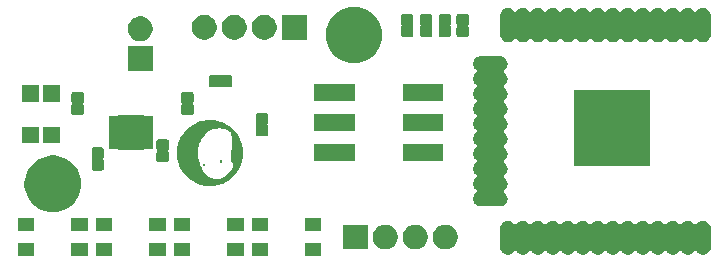
<source format=gbr>
G04 #@! TF.GenerationSoftware,KiCad,Pcbnew,5.1.5-52549c5~84~ubuntu18.04.1*
G04 #@! TF.CreationDate,2019-11-22T10:47:09+01:00*
G04 #@! TF.ProjectId,roboy_sno,726f626f-795f-4736-9e6f-2e6b69636164,rev?*
G04 #@! TF.SameCoordinates,Original*
G04 #@! TF.FileFunction,Soldermask,Top*
G04 #@! TF.FilePolarity,Negative*
%FSLAX46Y46*%
G04 Gerber Fmt 4.6, Leading zero omitted, Abs format (unit mm)*
G04 Created by KiCad (PCBNEW 5.1.5-52549c5~84~ubuntu18.04.1) date 2019-11-22 10:47:09*
%MOMM*%
%LPD*%
G04 APERTURE LIST*
%ADD10C,0.010000*%
%ADD11C,0.100000*%
G04 APERTURE END LIST*
D10*
G36*
X97516510Y-133009041D02*
G01*
X97529587Y-133012432D01*
X97540891Y-133019561D01*
X97543235Y-133021484D01*
X97562535Y-133043321D01*
X97572462Y-133067798D01*
X97572769Y-133093707D01*
X97563284Y-133119704D01*
X97548855Y-133138798D01*
X97530380Y-133150264D01*
X97505867Y-133155149D01*
X97495071Y-133155499D01*
X97477672Y-133154886D01*
X97465998Y-133151873D01*
X97455637Y-133144697D01*
X97446746Y-133136198D01*
X97430121Y-133113308D01*
X97422779Y-133088373D01*
X97424675Y-133063145D01*
X97435762Y-133039375D01*
X97449702Y-133023890D01*
X97461556Y-133014693D01*
X97472873Y-133009972D01*
X97487973Y-133008308D01*
X97497510Y-133008179D01*
X97516510Y-133009041D01*
G37*
X97516510Y-133009041D02*
X97529587Y-133012432D01*
X97540891Y-133019561D01*
X97543235Y-133021484D01*
X97562535Y-133043321D01*
X97572462Y-133067798D01*
X97572769Y-133093707D01*
X97563284Y-133119704D01*
X97548855Y-133138798D01*
X97530380Y-133150264D01*
X97505867Y-133155149D01*
X97495071Y-133155499D01*
X97477672Y-133154886D01*
X97465998Y-133151873D01*
X97455637Y-133144697D01*
X97446746Y-133136198D01*
X97430121Y-133113308D01*
X97422779Y-133088373D01*
X97424675Y-133063145D01*
X97435762Y-133039375D01*
X97449702Y-133023890D01*
X97461556Y-133014693D01*
X97472873Y-133009972D01*
X97487973Y-133008308D01*
X97497510Y-133008179D01*
X97516510Y-133009041D01*
G36*
X96077309Y-133287865D02*
G01*
X96092397Y-133299272D01*
X96094632Y-133301549D01*
X96110840Y-133322015D01*
X96124146Y-133345127D01*
X96134238Y-133369287D01*
X96140804Y-133392899D01*
X96143534Y-133414365D01*
X96142117Y-133432089D01*
X96136240Y-133444474D01*
X96125593Y-133449922D01*
X96123583Y-133450042D01*
X96116162Y-133447629D01*
X96104661Y-133441641D01*
X96102940Y-133440610D01*
X96085942Y-133425847D01*
X96070210Y-133404340D01*
X96056760Y-133378622D01*
X96046607Y-133351228D01*
X96040764Y-133324693D01*
X96040248Y-133301552D01*
X96042846Y-133290534D01*
X96050265Y-133283013D01*
X96062509Y-133282284D01*
X96077309Y-133287865D01*
G37*
X96077309Y-133287865D02*
X96092397Y-133299272D01*
X96094632Y-133301549D01*
X96110840Y-133322015D01*
X96124146Y-133345127D01*
X96134238Y-133369287D01*
X96140804Y-133392899D01*
X96143534Y-133414365D01*
X96142117Y-133432089D01*
X96136240Y-133444474D01*
X96125593Y-133449922D01*
X96123583Y-133450042D01*
X96116162Y-133447629D01*
X96104661Y-133441641D01*
X96102940Y-133440610D01*
X96085942Y-133425847D01*
X96070210Y-133404340D01*
X96056760Y-133378622D01*
X96046607Y-133351228D01*
X96040764Y-133324693D01*
X96040248Y-133301552D01*
X96042846Y-133290534D01*
X96050265Y-133283013D01*
X96062509Y-133282284D01*
X96077309Y-133287865D01*
G36*
X96664254Y-129605597D02*
G01*
X96713146Y-129606973D01*
X96754634Y-129609166D01*
X96757091Y-129609343D01*
X96923573Y-129626556D01*
X97087699Y-129653558D01*
X97249106Y-129690175D01*
X97407432Y-129736236D01*
X97562313Y-129791567D01*
X97713388Y-129855995D01*
X97860294Y-129929349D01*
X98002667Y-130011454D01*
X98140147Y-130102138D01*
X98272369Y-130201229D01*
X98398971Y-130308553D01*
X98519591Y-130423938D01*
X98564331Y-130470445D01*
X98675231Y-130595741D01*
X98777695Y-130726619D01*
X98871609Y-130862833D01*
X98956857Y-131004136D01*
X99033328Y-131150283D01*
X99100907Y-131301030D01*
X99159480Y-131456129D01*
X99208933Y-131615335D01*
X99249153Y-131778404D01*
X99280027Y-131945088D01*
X99293870Y-132045519D01*
X99296531Y-132073553D01*
X99298899Y-132110097D01*
X99300950Y-132153504D01*
X99302661Y-132202127D01*
X99304011Y-132254318D01*
X99304974Y-132308432D01*
X99305530Y-132362820D01*
X99305653Y-132415837D01*
X99305322Y-132465836D01*
X99304514Y-132511168D01*
X99303205Y-132550189D01*
X99301372Y-132581250D01*
X99301364Y-132581348D01*
X99283268Y-132745677D01*
X99255366Y-132907886D01*
X99217867Y-133067575D01*
X99170980Y-133224344D01*
X99114911Y-133377792D01*
X99049869Y-133527519D01*
X98976063Y-133673125D01*
X98893701Y-133814210D01*
X98802990Y-133950372D01*
X98704138Y-134081212D01*
X98597355Y-134206330D01*
X98482848Y-134325324D01*
X98360825Y-134437795D01*
X98316670Y-134475304D01*
X98185182Y-134578103D01*
X98048399Y-134672309D01*
X97906663Y-134757783D01*
X97760318Y-134834383D01*
X97609706Y-134901969D01*
X97455171Y-134960401D01*
X97297056Y-135009538D01*
X97135704Y-135049239D01*
X96971458Y-135079364D01*
X96804661Y-135099773D01*
X96789063Y-135101169D01*
X96757448Y-135103360D01*
X96718116Y-135105222D01*
X96673180Y-135106730D01*
X96624752Y-135107855D01*
X96574945Y-135108573D01*
X96525872Y-135108856D01*
X96479645Y-135108679D01*
X96438377Y-135108015D01*
X96404181Y-135106838D01*
X96391537Y-135106126D01*
X96221905Y-135089981D01*
X96055221Y-135064247D01*
X95891751Y-135029038D01*
X95731759Y-134984468D01*
X95575510Y-134930651D01*
X95423270Y-134867702D01*
X95275304Y-134795735D01*
X95131876Y-134714864D01*
X94993251Y-134625204D01*
X94859695Y-134526868D01*
X94731473Y-134419970D01*
X94670112Y-134363975D01*
X94551722Y-134245806D01*
X94441322Y-134121510D01*
X94339084Y-133991449D01*
X94245181Y-133855987D01*
X94159786Y-133715485D01*
X94083072Y-133570308D01*
X94015213Y-133420819D01*
X93956380Y-133267380D01*
X93906747Y-133110355D01*
X93866487Y-132950107D01*
X93835773Y-132786999D01*
X93814778Y-132621393D01*
X93809327Y-132557107D01*
X93807078Y-132516182D01*
X93805649Y-132467723D01*
X93805001Y-132413680D01*
X93805097Y-132356004D01*
X93805688Y-132312219D01*
X95488709Y-132312219D01*
X95488930Y-132372806D01*
X95489643Y-132425194D01*
X95490997Y-132471337D01*
X95493139Y-132513188D01*
X95496219Y-132552702D01*
X95500384Y-132591834D01*
X95505782Y-132632537D01*
X95512562Y-132676766D01*
X95519526Y-132718619D01*
X95544164Y-132843706D01*
X95576015Y-132973723D01*
X95614487Y-133107094D01*
X95658989Y-133242245D01*
X95708928Y-133377599D01*
X95763712Y-133511583D01*
X95822750Y-133642622D01*
X95885448Y-133769140D01*
X95951216Y-133889562D01*
X95974981Y-133930199D01*
X96000693Y-133972089D01*
X96025235Y-134009009D01*
X96050301Y-134043102D01*
X96077582Y-134076516D01*
X96108770Y-134111394D01*
X96145557Y-134149883D01*
X96159080Y-134163607D01*
X96227382Y-134230002D01*
X96292875Y-134288278D01*
X96357023Y-134339533D01*
X96421288Y-134384866D01*
X96487135Y-134425375D01*
X96556026Y-134462159D01*
X96558468Y-134463371D01*
X96625708Y-134494570D01*
X96693366Y-134521530D01*
X96762661Y-134544513D01*
X96834815Y-134563780D01*
X96911051Y-134579592D01*
X96992589Y-134592210D01*
X97080650Y-134601894D01*
X97176457Y-134608907D01*
X97257144Y-134612682D01*
X97271311Y-134612004D01*
X97292017Y-134609544D01*
X97315885Y-134605744D01*
X97329189Y-134603234D01*
X97434969Y-134576908D01*
X97539070Y-134540663D01*
X97641583Y-134494459D01*
X97742602Y-134438255D01*
X97821558Y-134386654D01*
X97857791Y-134360382D01*
X97898699Y-134328987D01*
X97942848Y-134293703D01*
X97988807Y-134255765D01*
X98035142Y-134216406D01*
X98080420Y-134176860D01*
X98123208Y-134138362D01*
X98162073Y-134102146D01*
X98195583Y-134069445D01*
X98222200Y-134041608D01*
X98271921Y-133984510D01*
X98320869Y-133923772D01*
X98368185Y-133860711D01*
X98413011Y-133796641D01*
X98454489Y-133732878D01*
X98491759Y-133670739D01*
X98523963Y-133611539D01*
X98550242Y-133556593D01*
X98568390Y-133511099D01*
X98580009Y-133474622D01*
X98586512Y-133444859D01*
X98588134Y-133419885D01*
X98585109Y-133397777D01*
X98583072Y-133390594D01*
X98574742Y-133357122D01*
X98568017Y-133313789D01*
X98562888Y-133260521D01*
X98561400Y-133238419D01*
X98559757Y-133215224D01*
X98557934Y-133195766D01*
X98556170Y-133182293D01*
X98554891Y-133177218D01*
X98548828Y-133173030D01*
X98536304Y-133166755D01*
X98524056Y-133161433D01*
X98488034Y-133143744D01*
X98457893Y-133122050D01*
X98432898Y-133095272D01*
X98412315Y-133062335D01*
X98395410Y-133022160D01*
X98381449Y-132973672D01*
X98374574Y-132942139D01*
X98365952Y-132887923D01*
X98359715Y-132825238D01*
X98355846Y-132755486D01*
X98354331Y-132680070D01*
X98355153Y-132600392D01*
X98358297Y-132517856D01*
X98363747Y-132433863D01*
X98371487Y-132349817D01*
X98381501Y-132267120D01*
X98382234Y-132261796D01*
X98390526Y-132210560D01*
X98401694Y-132156462D01*
X98416142Y-132097820D01*
X98434279Y-132032951D01*
X98450350Y-131979833D01*
X98460844Y-131944535D01*
X98467592Y-131918162D01*
X98470699Y-131900237D01*
X98470473Y-131890933D01*
X98469835Y-131883756D01*
X98469116Y-131867278D01*
X98468333Y-131842361D01*
X98467505Y-131809865D01*
X98466650Y-131770647D01*
X98465786Y-131725570D01*
X98464930Y-131675492D01*
X98464101Y-131621274D01*
X98463317Y-131563775D01*
X98462867Y-131527359D01*
X98461942Y-131452805D01*
X98461021Y-131387375D01*
X98460052Y-131330033D01*
X98458986Y-131279741D01*
X98457771Y-131235464D01*
X98456357Y-131196167D01*
X98454694Y-131160811D01*
X98452729Y-131128361D01*
X98450413Y-131097782D01*
X98447696Y-131068036D01*
X98444525Y-131038087D01*
X98440852Y-131006900D01*
X98436624Y-130973437D01*
X98435258Y-130962934D01*
X98426293Y-130900472D01*
X98415480Y-130835121D01*
X98403506Y-130770711D01*
X98391059Y-130711070D01*
X98386044Y-130689159D01*
X98380037Y-130663679D01*
X98374702Y-130641017D01*
X98370562Y-130623404D01*
X98368143Y-130613074D01*
X98367942Y-130612212D01*
X98362357Y-130602535D01*
X98349613Y-130588079D01*
X98330902Y-130569851D01*
X98307416Y-130548859D01*
X98280348Y-130526109D01*
X98250890Y-130502610D01*
X98220234Y-130479369D01*
X98189572Y-130457393D01*
X98165743Y-130441337D01*
X98072506Y-130386500D01*
X97973209Y-130339604D01*
X97867728Y-130300604D01*
X97755942Y-130269454D01*
X97637728Y-130246112D01*
X97627263Y-130244468D01*
X97582640Y-130238933D01*
X97530389Y-130234672D01*
X97472966Y-130231728D01*
X97412827Y-130230147D01*
X97352430Y-130229975D01*
X97294232Y-130231255D01*
X97240689Y-130234033D01*
X97208163Y-130236803D01*
X97071148Y-130254815D01*
X96939732Y-130280187D01*
X96814217Y-130312802D01*
X96694908Y-130352546D01*
X96582105Y-130399301D01*
X96476113Y-130452953D01*
X96377234Y-130513386D01*
X96285771Y-130580483D01*
X96265150Y-130597404D01*
X96231961Y-130626423D01*
X96199569Y-130657367D01*
X96166478Y-130691809D01*
X96131192Y-130731317D01*
X96092215Y-130777463D01*
X96083360Y-130788219D01*
X95979749Y-130920671D01*
X95886222Y-131053126D01*
X95802701Y-131185736D01*
X95729111Y-131318655D01*
X95665376Y-131452037D01*
X95611420Y-131586037D01*
X95567167Y-131720806D01*
X95532540Y-131856500D01*
X95517182Y-131933759D01*
X95509705Y-131976903D01*
X95503630Y-132015500D01*
X95498818Y-132051391D01*
X95495130Y-132086416D01*
X95492428Y-132122416D01*
X95490573Y-132161230D01*
X95489428Y-132204701D01*
X95488852Y-132254668D01*
X95488709Y-132312219D01*
X93805688Y-132312219D01*
X93805899Y-132296643D01*
X93807369Y-132237550D01*
X93809467Y-132180674D01*
X93812157Y-132127966D01*
X93815399Y-132081376D01*
X93819157Y-132042854D01*
X93819425Y-132040619D01*
X93844899Y-131871087D01*
X93879571Y-131705865D01*
X93923472Y-131544877D01*
X93976635Y-131388051D01*
X94039092Y-131235313D01*
X94110873Y-131086589D01*
X94192012Y-130941805D01*
X94282540Y-130800887D01*
X94382489Y-130663761D01*
X94450000Y-130579657D01*
X94475097Y-130550673D01*
X94506303Y-130516503D01*
X94542097Y-130478667D01*
X94580959Y-130438686D01*
X94621366Y-130398082D01*
X94661798Y-130358377D01*
X94700733Y-130321090D01*
X94736651Y-130287744D01*
X94768029Y-130259859D01*
X94779641Y-130250016D01*
X94895969Y-130157702D01*
X95012978Y-130074014D01*
X95132829Y-129997525D01*
X95257679Y-129926809D01*
X95310783Y-129899169D01*
X95456044Y-129830456D01*
X95603296Y-129771015D01*
X95753388Y-129720589D01*
X95907167Y-129678923D01*
X96065483Y-129645762D01*
X96229185Y-129620850D01*
X96240603Y-129619441D01*
X96278517Y-129615650D01*
X96324630Y-129612372D01*
X96376991Y-129609644D01*
X96433649Y-129607505D01*
X96492655Y-129605993D01*
X96552058Y-129605145D01*
X96609908Y-129605001D01*
X96664254Y-129605597D01*
G37*
X96664254Y-129605597D02*
X96713146Y-129606973D01*
X96754634Y-129609166D01*
X96757091Y-129609343D01*
X96923573Y-129626556D01*
X97087699Y-129653558D01*
X97249106Y-129690175D01*
X97407432Y-129736236D01*
X97562313Y-129791567D01*
X97713388Y-129855995D01*
X97860294Y-129929349D01*
X98002667Y-130011454D01*
X98140147Y-130102138D01*
X98272369Y-130201229D01*
X98398971Y-130308553D01*
X98519591Y-130423938D01*
X98564331Y-130470445D01*
X98675231Y-130595741D01*
X98777695Y-130726619D01*
X98871609Y-130862833D01*
X98956857Y-131004136D01*
X99033328Y-131150283D01*
X99100907Y-131301030D01*
X99159480Y-131456129D01*
X99208933Y-131615335D01*
X99249153Y-131778404D01*
X99280027Y-131945088D01*
X99293870Y-132045519D01*
X99296531Y-132073553D01*
X99298899Y-132110097D01*
X99300950Y-132153504D01*
X99302661Y-132202127D01*
X99304011Y-132254318D01*
X99304974Y-132308432D01*
X99305530Y-132362820D01*
X99305653Y-132415837D01*
X99305322Y-132465836D01*
X99304514Y-132511168D01*
X99303205Y-132550189D01*
X99301372Y-132581250D01*
X99301364Y-132581348D01*
X99283268Y-132745677D01*
X99255366Y-132907886D01*
X99217867Y-133067575D01*
X99170980Y-133224344D01*
X99114911Y-133377792D01*
X99049869Y-133527519D01*
X98976063Y-133673125D01*
X98893701Y-133814210D01*
X98802990Y-133950372D01*
X98704138Y-134081212D01*
X98597355Y-134206330D01*
X98482848Y-134325324D01*
X98360825Y-134437795D01*
X98316670Y-134475304D01*
X98185182Y-134578103D01*
X98048399Y-134672309D01*
X97906663Y-134757783D01*
X97760318Y-134834383D01*
X97609706Y-134901969D01*
X97455171Y-134960401D01*
X97297056Y-135009538D01*
X97135704Y-135049239D01*
X96971458Y-135079364D01*
X96804661Y-135099773D01*
X96789063Y-135101169D01*
X96757448Y-135103360D01*
X96718116Y-135105222D01*
X96673180Y-135106730D01*
X96624752Y-135107855D01*
X96574945Y-135108573D01*
X96525872Y-135108856D01*
X96479645Y-135108679D01*
X96438377Y-135108015D01*
X96404181Y-135106838D01*
X96391537Y-135106126D01*
X96221905Y-135089981D01*
X96055221Y-135064247D01*
X95891751Y-135029038D01*
X95731759Y-134984468D01*
X95575510Y-134930651D01*
X95423270Y-134867702D01*
X95275304Y-134795735D01*
X95131876Y-134714864D01*
X94993251Y-134625204D01*
X94859695Y-134526868D01*
X94731473Y-134419970D01*
X94670112Y-134363975D01*
X94551722Y-134245806D01*
X94441322Y-134121510D01*
X94339084Y-133991449D01*
X94245181Y-133855987D01*
X94159786Y-133715485D01*
X94083072Y-133570308D01*
X94015213Y-133420819D01*
X93956380Y-133267380D01*
X93906747Y-133110355D01*
X93866487Y-132950107D01*
X93835773Y-132786999D01*
X93814778Y-132621393D01*
X93809327Y-132557107D01*
X93807078Y-132516182D01*
X93805649Y-132467723D01*
X93805001Y-132413680D01*
X93805097Y-132356004D01*
X93805688Y-132312219D01*
X95488709Y-132312219D01*
X95488930Y-132372806D01*
X95489643Y-132425194D01*
X95490997Y-132471337D01*
X95493139Y-132513188D01*
X95496219Y-132552702D01*
X95500384Y-132591834D01*
X95505782Y-132632537D01*
X95512562Y-132676766D01*
X95519526Y-132718619D01*
X95544164Y-132843706D01*
X95576015Y-132973723D01*
X95614487Y-133107094D01*
X95658989Y-133242245D01*
X95708928Y-133377599D01*
X95763712Y-133511583D01*
X95822750Y-133642622D01*
X95885448Y-133769140D01*
X95951216Y-133889562D01*
X95974981Y-133930199D01*
X96000693Y-133972089D01*
X96025235Y-134009009D01*
X96050301Y-134043102D01*
X96077582Y-134076516D01*
X96108770Y-134111394D01*
X96145557Y-134149883D01*
X96159080Y-134163607D01*
X96227382Y-134230002D01*
X96292875Y-134288278D01*
X96357023Y-134339533D01*
X96421288Y-134384866D01*
X96487135Y-134425375D01*
X96556026Y-134462159D01*
X96558468Y-134463371D01*
X96625708Y-134494570D01*
X96693366Y-134521530D01*
X96762661Y-134544513D01*
X96834815Y-134563780D01*
X96911051Y-134579592D01*
X96992589Y-134592210D01*
X97080650Y-134601894D01*
X97176457Y-134608907D01*
X97257144Y-134612682D01*
X97271311Y-134612004D01*
X97292017Y-134609544D01*
X97315885Y-134605744D01*
X97329189Y-134603234D01*
X97434969Y-134576908D01*
X97539070Y-134540663D01*
X97641583Y-134494459D01*
X97742602Y-134438255D01*
X97821558Y-134386654D01*
X97857791Y-134360382D01*
X97898699Y-134328987D01*
X97942848Y-134293703D01*
X97988807Y-134255765D01*
X98035142Y-134216406D01*
X98080420Y-134176860D01*
X98123208Y-134138362D01*
X98162073Y-134102146D01*
X98195583Y-134069445D01*
X98222200Y-134041608D01*
X98271921Y-133984510D01*
X98320869Y-133923772D01*
X98368185Y-133860711D01*
X98413011Y-133796641D01*
X98454489Y-133732878D01*
X98491759Y-133670739D01*
X98523963Y-133611539D01*
X98550242Y-133556593D01*
X98568390Y-133511099D01*
X98580009Y-133474622D01*
X98586512Y-133444859D01*
X98588134Y-133419885D01*
X98585109Y-133397777D01*
X98583072Y-133390594D01*
X98574742Y-133357122D01*
X98568017Y-133313789D01*
X98562888Y-133260521D01*
X98561400Y-133238419D01*
X98559757Y-133215224D01*
X98557934Y-133195766D01*
X98556170Y-133182293D01*
X98554891Y-133177218D01*
X98548828Y-133173030D01*
X98536304Y-133166755D01*
X98524056Y-133161433D01*
X98488034Y-133143744D01*
X98457893Y-133122050D01*
X98432898Y-133095272D01*
X98412315Y-133062335D01*
X98395410Y-133022160D01*
X98381449Y-132973672D01*
X98374574Y-132942139D01*
X98365952Y-132887923D01*
X98359715Y-132825238D01*
X98355846Y-132755486D01*
X98354331Y-132680070D01*
X98355153Y-132600392D01*
X98358297Y-132517856D01*
X98363747Y-132433863D01*
X98371487Y-132349817D01*
X98381501Y-132267120D01*
X98382234Y-132261796D01*
X98390526Y-132210560D01*
X98401694Y-132156462D01*
X98416142Y-132097820D01*
X98434279Y-132032951D01*
X98450350Y-131979833D01*
X98460844Y-131944535D01*
X98467592Y-131918162D01*
X98470699Y-131900237D01*
X98470473Y-131890933D01*
X98469835Y-131883756D01*
X98469116Y-131867278D01*
X98468333Y-131842361D01*
X98467505Y-131809865D01*
X98466650Y-131770647D01*
X98465786Y-131725570D01*
X98464930Y-131675492D01*
X98464101Y-131621274D01*
X98463317Y-131563775D01*
X98462867Y-131527359D01*
X98461942Y-131452805D01*
X98461021Y-131387375D01*
X98460052Y-131330033D01*
X98458986Y-131279741D01*
X98457771Y-131235464D01*
X98456357Y-131196167D01*
X98454694Y-131160811D01*
X98452729Y-131128361D01*
X98450413Y-131097782D01*
X98447696Y-131068036D01*
X98444525Y-131038087D01*
X98440852Y-131006900D01*
X98436624Y-130973437D01*
X98435258Y-130962934D01*
X98426293Y-130900472D01*
X98415480Y-130835121D01*
X98403506Y-130770711D01*
X98391059Y-130711070D01*
X98386044Y-130689159D01*
X98380037Y-130663679D01*
X98374702Y-130641017D01*
X98370562Y-130623404D01*
X98368143Y-130613074D01*
X98367942Y-130612212D01*
X98362357Y-130602535D01*
X98349613Y-130588079D01*
X98330902Y-130569851D01*
X98307416Y-130548859D01*
X98280348Y-130526109D01*
X98250890Y-130502610D01*
X98220234Y-130479369D01*
X98189572Y-130457393D01*
X98165743Y-130441337D01*
X98072506Y-130386500D01*
X97973209Y-130339604D01*
X97867728Y-130300604D01*
X97755942Y-130269454D01*
X97637728Y-130246112D01*
X97627263Y-130244468D01*
X97582640Y-130238933D01*
X97530389Y-130234672D01*
X97472966Y-130231728D01*
X97412827Y-130230147D01*
X97352430Y-130229975D01*
X97294232Y-130231255D01*
X97240689Y-130234033D01*
X97208163Y-130236803D01*
X97071148Y-130254815D01*
X96939732Y-130280187D01*
X96814217Y-130312802D01*
X96694908Y-130352546D01*
X96582105Y-130399301D01*
X96476113Y-130452953D01*
X96377234Y-130513386D01*
X96285771Y-130580483D01*
X96265150Y-130597404D01*
X96231961Y-130626423D01*
X96199569Y-130657367D01*
X96166478Y-130691809D01*
X96131192Y-130731317D01*
X96092215Y-130777463D01*
X96083360Y-130788219D01*
X95979749Y-130920671D01*
X95886222Y-131053126D01*
X95802701Y-131185736D01*
X95729111Y-131318655D01*
X95665376Y-131452037D01*
X95611420Y-131586037D01*
X95567167Y-131720806D01*
X95532540Y-131856500D01*
X95517182Y-131933759D01*
X95509705Y-131976903D01*
X95503630Y-132015500D01*
X95498818Y-132051391D01*
X95495130Y-132086416D01*
X95492428Y-132122416D01*
X95490573Y-132161230D01*
X95489428Y-132204701D01*
X95488852Y-132254668D01*
X95488709Y-132312219D01*
X93805688Y-132312219D01*
X93805899Y-132296643D01*
X93807369Y-132237550D01*
X93809467Y-132180674D01*
X93812157Y-132127966D01*
X93815399Y-132081376D01*
X93819157Y-132042854D01*
X93819425Y-132040619D01*
X93844899Y-131871087D01*
X93879571Y-131705865D01*
X93923472Y-131544877D01*
X93976635Y-131388051D01*
X94039092Y-131235313D01*
X94110873Y-131086589D01*
X94192012Y-130941805D01*
X94282540Y-130800887D01*
X94382489Y-130663761D01*
X94450000Y-130579657D01*
X94475097Y-130550673D01*
X94506303Y-130516503D01*
X94542097Y-130478667D01*
X94580959Y-130438686D01*
X94621366Y-130398082D01*
X94661798Y-130358377D01*
X94700733Y-130321090D01*
X94736651Y-130287744D01*
X94768029Y-130259859D01*
X94779641Y-130250016D01*
X94895969Y-130157702D01*
X95012978Y-130074014D01*
X95132829Y-129997525D01*
X95257679Y-129926809D01*
X95310783Y-129899169D01*
X95456044Y-129830456D01*
X95603296Y-129771015D01*
X95753388Y-129720589D01*
X95907167Y-129678923D01*
X96065483Y-129645762D01*
X96229185Y-129620850D01*
X96240603Y-129619441D01*
X96278517Y-129615650D01*
X96324630Y-129612372D01*
X96376991Y-129609644D01*
X96433649Y-129607505D01*
X96492655Y-129605993D01*
X96552058Y-129605145D01*
X96609908Y-129605001D01*
X96664254Y-129605597D01*
D11*
G36*
X88350000Y-141125000D02*
G01*
X86950000Y-141125000D01*
X86950000Y-140025000D01*
X88350000Y-140025000D01*
X88350000Y-141125000D01*
G37*
G36*
X101550000Y-141125000D02*
G01*
X100150000Y-141125000D01*
X100150000Y-140025000D01*
X101550000Y-140025000D01*
X101550000Y-141125000D01*
G37*
G36*
X106050000Y-141125000D02*
G01*
X104650000Y-141125000D01*
X104650000Y-140025000D01*
X106050000Y-140025000D01*
X106050000Y-141125000D01*
G37*
G36*
X94950000Y-141125000D02*
G01*
X93550000Y-141125000D01*
X93550000Y-140025000D01*
X94950000Y-140025000D01*
X94950000Y-141125000D01*
G37*
G36*
X99450000Y-141125000D02*
G01*
X98050000Y-141125000D01*
X98050000Y-140025000D01*
X99450000Y-140025000D01*
X99450000Y-141125000D01*
G37*
G36*
X86250000Y-141125000D02*
G01*
X84850000Y-141125000D01*
X84850000Y-140025000D01*
X86250000Y-140025000D01*
X86250000Y-141125000D01*
G37*
G36*
X92850000Y-141125000D02*
G01*
X91450000Y-141125000D01*
X91450000Y-140025000D01*
X92850000Y-140025000D01*
X92850000Y-141125000D01*
G37*
G36*
X81750000Y-141125000D02*
G01*
X80350000Y-141125000D01*
X80350000Y-140025000D01*
X81750000Y-140025000D01*
X81750000Y-141125000D01*
G37*
G36*
X138461997Y-138114280D02*
G01*
X138473422Y-138115405D01*
X138534684Y-138133989D01*
X138595947Y-138152573D01*
X138708867Y-138212930D01*
X138807843Y-138294157D01*
X138889070Y-138393132D01*
X138949427Y-138506052D01*
X138986595Y-138628578D01*
X138996000Y-138724068D01*
X138996000Y-140387932D01*
X138986595Y-140483422D01*
X138949427Y-140605948D01*
X138889070Y-140718868D01*
X138807843Y-140817843D01*
X138708868Y-140899070D01*
X138595948Y-140959427D01*
X138534685Y-140978011D01*
X138473423Y-140996595D01*
X138461998Y-140997720D01*
X138346000Y-141009145D01*
X138230003Y-140997720D01*
X138218578Y-140996595D01*
X138157316Y-140978011D01*
X138096053Y-140959427D01*
X137983133Y-140899070D01*
X137884158Y-140817843D01*
X137807618Y-140724579D01*
X137790300Y-140707261D01*
X137769926Y-140693647D01*
X137747287Y-140684270D01*
X137723254Y-140679489D01*
X137698750Y-140679489D01*
X137674716Y-140684269D01*
X137652077Y-140693646D01*
X137631703Y-140707260D01*
X137614379Y-140724584D01*
X137537843Y-140817843D01*
X137438868Y-140899070D01*
X137325948Y-140959427D01*
X137264685Y-140978011D01*
X137203423Y-140996595D01*
X137191998Y-140997720D01*
X137076000Y-141009145D01*
X136960003Y-140997720D01*
X136948578Y-140996595D01*
X136887316Y-140978011D01*
X136826053Y-140959427D01*
X136713133Y-140899070D01*
X136614158Y-140817843D01*
X136537618Y-140724579D01*
X136520300Y-140707261D01*
X136499926Y-140693647D01*
X136477287Y-140684270D01*
X136453254Y-140679489D01*
X136428750Y-140679489D01*
X136404716Y-140684269D01*
X136382077Y-140693646D01*
X136361703Y-140707260D01*
X136344379Y-140724584D01*
X136267843Y-140817843D01*
X136168868Y-140899070D01*
X136055948Y-140959427D01*
X135994685Y-140978011D01*
X135933423Y-140996595D01*
X135921998Y-140997720D01*
X135806000Y-141009145D01*
X135690003Y-140997720D01*
X135678578Y-140996595D01*
X135617316Y-140978011D01*
X135556053Y-140959427D01*
X135443133Y-140899070D01*
X135344158Y-140817843D01*
X135267618Y-140724579D01*
X135250300Y-140707261D01*
X135229926Y-140693647D01*
X135207287Y-140684270D01*
X135183254Y-140679489D01*
X135158750Y-140679489D01*
X135134716Y-140684269D01*
X135112077Y-140693646D01*
X135091703Y-140707260D01*
X135074379Y-140724584D01*
X134997843Y-140817843D01*
X134898868Y-140899070D01*
X134785948Y-140959427D01*
X134724685Y-140978011D01*
X134663423Y-140996595D01*
X134651998Y-140997720D01*
X134536000Y-141009145D01*
X134420003Y-140997720D01*
X134408578Y-140996595D01*
X134347316Y-140978011D01*
X134286053Y-140959427D01*
X134173133Y-140899070D01*
X134074158Y-140817843D01*
X133997618Y-140724579D01*
X133980300Y-140707261D01*
X133959926Y-140693647D01*
X133937287Y-140684270D01*
X133913254Y-140679489D01*
X133888750Y-140679489D01*
X133864716Y-140684269D01*
X133842077Y-140693646D01*
X133821703Y-140707260D01*
X133804379Y-140724584D01*
X133727843Y-140817843D01*
X133628868Y-140899070D01*
X133515948Y-140959427D01*
X133454685Y-140978011D01*
X133393423Y-140996595D01*
X133381998Y-140997720D01*
X133266000Y-141009145D01*
X133150003Y-140997720D01*
X133138578Y-140996595D01*
X133077316Y-140978011D01*
X133016053Y-140959427D01*
X132903133Y-140899070D01*
X132804158Y-140817843D01*
X132727618Y-140724579D01*
X132710300Y-140707261D01*
X132689926Y-140693647D01*
X132667287Y-140684270D01*
X132643254Y-140679489D01*
X132618750Y-140679489D01*
X132594716Y-140684269D01*
X132572077Y-140693646D01*
X132551703Y-140707260D01*
X132534379Y-140724584D01*
X132457843Y-140817843D01*
X132358868Y-140899070D01*
X132245948Y-140959427D01*
X132184685Y-140978011D01*
X132123423Y-140996595D01*
X132111998Y-140997720D01*
X131996000Y-141009145D01*
X131880003Y-140997720D01*
X131868578Y-140996595D01*
X131807316Y-140978011D01*
X131746053Y-140959427D01*
X131633133Y-140899070D01*
X131534158Y-140817843D01*
X131457618Y-140724579D01*
X131440300Y-140707261D01*
X131419926Y-140693647D01*
X131397287Y-140684270D01*
X131373254Y-140679489D01*
X131348750Y-140679489D01*
X131324716Y-140684269D01*
X131302077Y-140693646D01*
X131281703Y-140707260D01*
X131264379Y-140724584D01*
X131187843Y-140817843D01*
X131088868Y-140899070D01*
X130975948Y-140959427D01*
X130914685Y-140978011D01*
X130853423Y-140996595D01*
X130841998Y-140997720D01*
X130726000Y-141009145D01*
X130610003Y-140997720D01*
X130598578Y-140996595D01*
X130537316Y-140978011D01*
X130476053Y-140959427D01*
X130363133Y-140899070D01*
X130264158Y-140817843D01*
X130187618Y-140724579D01*
X130170300Y-140707261D01*
X130149926Y-140693647D01*
X130127287Y-140684270D01*
X130103254Y-140679489D01*
X130078750Y-140679489D01*
X130054716Y-140684269D01*
X130032077Y-140693646D01*
X130011703Y-140707260D01*
X129994379Y-140724584D01*
X129917843Y-140817843D01*
X129818868Y-140899070D01*
X129705948Y-140959427D01*
X129644685Y-140978011D01*
X129583423Y-140996595D01*
X129571998Y-140997720D01*
X129456000Y-141009145D01*
X129340003Y-140997720D01*
X129328578Y-140996595D01*
X129267316Y-140978011D01*
X129206053Y-140959427D01*
X129093133Y-140899070D01*
X128994158Y-140817843D01*
X128917618Y-140724579D01*
X128900300Y-140707261D01*
X128879926Y-140693647D01*
X128857287Y-140684270D01*
X128833254Y-140679489D01*
X128808750Y-140679489D01*
X128784716Y-140684269D01*
X128762077Y-140693646D01*
X128741703Y-140707260D01*
X128724379Y-140724584D01*
X128647843Y-140817843D01*
X128548868Y-140899070D01*
X128435948Y-140959427D01*
X128374685Y-140978011D01*
X128313423Y-140996595D01*
X128301998Y-140997720D01*
X128186000Y-141009145D01*
X128070003Y-140997720D01*
X128058578Y-140996595D01*
X127997316Y-140978011D01*
X127936053Y-140959427D01*
X127823133Y-140899070D01*
X127724158Y-140817843D01*
X127647618Y-140724579D01*
X127630300Y-140707261D01*
X127609926Y-140693647D01*
X127587287Y-140684270D01*
X127563254Y-140679489D01*
X127538750Y-140679489D01*
X127514716Y-140684269D01*
X127492077Y-140693646D01*
X127471703Y-140707260D01*
X127454379Y-140724584D01*
X127377843Y-140817843D01*
X127278868Y-140899070D01*
X127165948Y-140959427D01*
X127104685Y-140978011D01*
X127043423Y-140996595D01*
X127031998Y-140997720D01*
X126916000Y-141009145D01*
X126800003Y-140997720D01*
X126788578Y-140996595D01*
X126727316Y-140978011D01*
X126666053Y-140959427D01*
X126553133Y-140899070D01*
X126454158Y-140817843D01*
X126377618Y-140724579D01*
X126360300Y-140707261D01*
X126339926Y-140693647D01*
X126317287Y-140684270D01*
X126293254Y-140679489D01*
X126268750Y-140679489D01*
X126244716Y-140684269D01*
X126222077Y-140693646D01*
X126201703Y-140707260D01*
X126184379Y-140724584D01*
X126107843Y-140817843D01*
X126008868Y-140899070D01*
X125895948Y-140959427D01*
X125834685Y-140978011D01*
X125773423Y-140996595D01*
X125761998Y-140997720D01*
X125646000Y-141009145D01*
X125530003Y-140997720D01*
X125518578Y-140996595D01*
X125457316Y-140978011D01*
X125396053Y-140959427D01*
X125283133Y-140899070D01*
X125184158Y-140817843D01*
X125107618Y-140724579D01*
X125090300Y-140707261D01*
X125069926Y-140693647D01*
X125047287Y-140684270D01*
X125023254Y-140679489D01*
X124998750Y-140679489D01*
X124974716Y-140684269D01*
X124952077Y-140693646D01*
X124931703Y-140707260D01*
X124914379Y-140724584D01*
X124837843Y-140817843D01*
X124738868Y-140899070D01*
X124625948Y-140959427D01*
X124564685Y-140978011D01*
X124503423Y-140996595D01*
X124491998Y-140997720D01*
X124376000Y-141009145D01*
X124260003Y-140997720D01*
X124248578Y-140996595D01*
X124187316Y-140978011D01*
X124126053Y-140959427D01*
X124013133Y-140899070D01*
X123914158Y-140817843D01*
X123837618Y-140724579D01*
X123820300Y-140707261D01*
X123799926Y-140693647D01*
X123777287Y-140684270D01*
X123753254Y-140679489D01*
X123728750Y-140679489D01*
X123704716Y-140684269D01*
X123682077Y-140693646D01*
X123661703Y-140707260D01*
X123644379Y-140724584D01*
X123567843Y-140817843D01*
X123468868Y-140899070D01*
X123355948Y-140959427D01*
X123294685Y-140978011D01*
X123233423Y-140996595D01*
X123221998Y-140997720D01*
X123106000Y-141009145D01*
X122990003Y-140997720D01*
X122978578Y-140996595D01*
X122917316Y-140978011D01*
X122856053Y-140959427D01*
X122743133Y-140899070D01*
X122644158Y-140817843D01*
X122567618Y-140724579D01*
X122550300Y-140707261D01*
X122529926Y-140693647D01*
X122507287Y-140684270D01*
X122483254Y-140679489D01*
X122458750Y-140679489D01*
X122434716Y-140684269D01*
X122412077Y-140693646D01*
X122391703Y-140707260D01*
X122374379Y-140724584D01*
X122297843Y-140817843D01*
X122198868Y-140899070D01*
X122085948Y-140959427D01*
X122024685Y-140978011D01*
X121963423Y-140996595D01*
X121951998Y-140997720D01*
X121836000Y-141009145D01*
X121720003Y-140997720D01*
X121708578Y-140996595D01*
X121647316Y-140978011D01*
X121586053Y-140959427D01*
X121473133Y-140899070D01*
X121374158Y-140817843D01*
X121292931Y-140718868D01*
X121232574Y-140605948D01*
X121195406Y-140483422D01*
X121186001Y-140387932D01*
X121186000Y-138724069D01*
X121195405Y-138628579D01*
X121195406Y-138628577D01*
X121232573Y-138506054D01*
X121232573Y-138506053D01*
X121292930Y-138393133D01*
X121374157Y-138294157D01*
X121473132Y-138212930D01*
X121586052Y-138152573D01*
X121647315Y-138133989D01*
X121708577Y-138115405D01*
X121720002Y-138114280D01*
X121836000Y-138102855D01*
X121951997Y-138114280D01*
X121963422Y-138115405D01*
X122024684Y-138133989D01*
X122085947Y-138152573D01*
X122198867Y-138212930D01*
X122297843Y-138294157D01*
X122374383Y-138387421D01*
X122391701Y-138404739D01*
X122412075Y-138418353D01*
X122434714Y-138427730D01*
X122458747Y-138432511D01*
X122483251Y-138432511D01*
X122507285Y-138427731D01*
X122529924Y-138418354D01*
X122550298Y-138404740D01*
X122567621Y-138387417D01*
X122644157Y-138294157D01*
X122743132Y-138212930D01*
X122856052Y-138152573D01*
X122917315Y-138133989D01*
X122978577Y-138115405D01*
X122990002Y-138114280D01*
X123106000Y-138102855D01*
X123221997Y-138114280D01*
X123233422Y-138115405D01*
X123294684Y-138133989D01*
X123355947Y-138152573D01*
X123468867Y-138212930D01*
X123567843Y-138294157D01*
X123644383Y-138387421D01*
X123661701Y-138404739D01*
X123682075Y-138418353D01*
X123704714Y-138427730D01*
X123728747Y-138432511D01*
X123753251Y-138432511D01*
X123777285Y-138427731D01*
X123799924Y-138418354D01*
X123820298Y-138404740D01*
X123837621Y-138387417D01*
X123914157Y-138294157D01*
X124013132Y-138212930D01*
X124126052Y-138152573D01*
X124187315Y-138133989D01*
X124248577Y-138115405D01*
X124260002Y-138114280D01*
X124376000Y-138102855D01*
X124491997Y-138114280D01*
X124503422Y-138115405D01*
X124564684Y-138133989D01*
X124625947Y-138152573D01*
X124738867Y-138212930D01*
X124837843Y-138294157D01*
X124914383Y-138387421D01*
X124931701Y-138404739D01*
X124952075Y-138418353D01*
X124974714Y-138427730D01*
X124998747Y-138432511D01*
X125023251Y-138432511D01*
X125047285Y-138427731D01*
X125069924Y-138418354D01*
X125090298Y-138404740D01*
X125107621Y-138387417D01*
X125184157Y-138294157D01*
X125283132Y-138212930D01*
X125396052Y-138152573D01*
X125457315Y-138133989D01*
X125518577Y-138115405D01*
X125530002Y-138114280D01*
X125646000Y-138102855D01*
X125761997Y-138114280D01*
X125773422Y-138115405D01*
X125834684Y-138133989D01*
X125895947Y-138152573D01*
X126008867Y-138212930D01*
X126107843Y-138294157D01*
X126184383Y-138387421D01*
X126201701Y-138404739D01*
X126222075Y-138418353D01*
X126244714Y-138427730D01*
X126268747Y-138432511D01*
X126293251Y-138432511D01*
X126317285Y-138427731D01*
X126339924Y-138418354D01*
X126360298Y-138404740D01*
X126377621Y-138387417D01*
X126454157Y-138294157D01*
X126553132Y-138212930D01*
X126666052Y-138152573D01*
X126727315Y-138133989D01*
X126788577Y-138115405D01*
X126800002Y-138114280D01*
X126916000Y-138102855D01*
X127031997Y-138114280D01*
X127043422Y-138115405D01*
X127104684Y-138133989D01*
X127165947Y-138152573D01*
X127278867Y-138212930D01*
X127377843Y-138294157D01*
X127454383Y-138387421D01*
X127471701Y-138404739D01*
X127492075Y-138418353D01*
X127514714Y-138427730D01*
X127538747Y-138432511D01*
X127563251Y-138432511D01*
X127587285Y-138427731D01*
X127609924Y-138418354D01*
X127630298Y-138404740D01*
X127647621Y-138387417D01*
X127724157Y-138294157D01*
X127823132Y-138212930D01*
X127936052Y-138152573D01*
X127997315Y-138133989D01*
X128058577Y-138115405D01*
X128070002Y-138114280D01*
X128186000Y-138102855D01*
X128301997Y-138114280D01*
X128313422Y-138115405D01*
X128374684Y-138133989D01*
X128435947Y-138152573D01*
X128548867Y-138212930D01*
X128647843Y-138294157D01*
X128724383Y-138387421D01*
X128741701Y-138404739D01*
X128762075Y-138418353D01*
X128784714Y-138427730D01*
X128808747Y-138432511D01*
X128833251Y-138432511D01*
X128857285Y-138427731D01*
X128879924Y-138418354D01*
X128900298Y-138404740D01*
X128917621Y-138387417D01*
X128994157Y-138294157D01*
X129093132Y-138212930D01*
X129206052Y-138152573D01*
X129267315Y-138133989D01*
X129328577Y-138115405D01*
X129340002Y-138114280D01*
X129456000Y-138102855D01*
X129571997Y-138114280D01*
X129583422Y-138115405D01*
X129644684Y-138133989D01*
X129705947Y-138152573D01*
X129818867Y-138212930D01*
X129917843Y-138294157D01*
X129994383Y-138387421D01*
X130011701Y-138404739D01*
X130032075Y-138418353D01*
X130054714Y-138427730D01*
X130078747Y-138432511D01*
X130103251Y-138432511D01*
X130127285Y-138427731D01*
X130149924Y-138418354D01*
X130170298Y-138404740D01*
X130187621Y-138387417D01*
X130264157Y-138294157D01*
X130363132Y-138212930D01*
X130476052Y-138152573D01*
X130537315Y-138133989D01*
X130598577Y-138115405D01*
X130610002Y-138114280D01*
X130726000Y-138102855D01*
X130841997Y-138114280D01*
X130853422Y-138115405D01*
X130914684Y-138133989D01*
X130975947Y-138152573D01*
X131088867Y-138212930D01*
X131187843Y-138294157D01*
X131264383Y-138387421D01*
X131281701Y-138404739D01*
X131302075Y-138418353D01*
X131324714Y-138427730D01*
X131348747Y-138432511D01*
X131373251Y-138432511D01*
X131397285Y-138427731D01*
X131419924Y-138418354D01*
X131440298Y-138404740D01*
X131457621Y-138387417D01*
X131534157Y-138294157D01*
X131633132Y-138212930D01*
X131746052Y-138152573D01*
X131807315Y-138133989D01*
X131868577Y-138115405D01*
X131880002Y-138114280D01*
X131996000Y-138102855D01*
X132111997Y-138114280D01*
X132123422Y-138115405D01*
X132184684Y-138133989D01*
X132245947Y-138152573D01*
X132358867Y-138212930D01*
X132457843Y-138294157D01*
X132534383Y-138387421D01*
X132551701Y-138404739D01*
X132572075Y-138418353D01*
X132594714Y-138427730D01*
X132618747Y-138432511D01*
X132643251Y-138432511D01*
X132667285Y-138427731D01*
X132689924Y-138418354D01*
X132710298Y-138404740D01*
X132727621Y-138387417D01*
X132804157Y-138294157D01*
X132903132Y-138212930D01*
X133016052Y-138152573D01*
X133077315Y-138133989D01*
X133138577Y-138115405D01*
X133150002Y-138114280D01*
X133266000Y-138102855D01*
X133381997Y-138114280D01*
X133393422Y-138115405D01*
X133454684Y-138133989D01*
X133515947Y-138152573D01*
X133628867Y-138212930D01*
X133727843Y-138294157D01*
X133804383Y-138387421D01*
X133821701Y-138404739D01*
X133842075Y-138418353D01*
X133864714Y-138427730D01*
X133888747Y-138432511D01*
X133913251Y-138432511D01*
X133937285Y-138427731D01*
X133959924Y-138418354D01*
X133980298Y-138404740D01*
X133997621Y-138387417D01*
X134074157Y-138294157D01*
X134173132Y-138212930D01*
X134286052Y-138152573D01*
X134347315Y-138133989D01*
X134408577Y-138115405D01*
X134420002Y-138114280D01*
X134536000Y-138102855D01*
X134651997Y-138114280D01*
X134663422Y-138115405D01*
X134724684Y-138133989D01*
X134785947Y-138152573D01*
X134898867Y-138212930D01*
X134997843Y-138294157D01*
X135074383Y-138387421D01*
X135091701Y-138404739D01*
X135112075Y-138418353D01*
X135134714Y-138427730D01*
X135158747Y-138432511D01*
X135183251Y-138432511D01*
X135207285Y-138427731D01*
X135229924Y-138418354D01*
X135250298Y-138404740D01*
X135267621Y-138387417D01*
X135344157Y-138294157D01*
X135443132Y-138212930D01*
X135556052Y-138152573D01*
X135617315Y-138133989D01*
X135678577Y-138115405D01*
X135690002Y-138114280D01*
X135806000Y-138102855D01*
X135921997Y-138114280D01*
X135933422Y-138115405D01*
X135994684Y-138133989D01*
X136055947Y-138152573D01*
X136168867Y-138212930D01*
X136267843Y-138294157D01*
X136344383Y-138387421D01*
X136361701Y-138404739D01*
X136382075Y-138418353D01*
X136404714Y-138427730D01*
X136428747Y-138432511D01*
X136453251Y-138432511D01*
X136477285Y-138427731D01*
X136499924Y-138418354D01*
X136520298Y-138404740D01*
X136537621Y-138387417D01*
X136614157Y-138294157D01*
X136713132Y-138212930D01*
X136826052Y-138152573D01*
X136887315Y-138133989D01*
X136948577Y-138115405D01*
X136960002Y-138114280D01*
X137076000Y-138102855D01*
X137191997Y-138114280D01*
X137203422Y-138115405D01*
X137264684Y-138133989D01*
X137325947Y-138152573D01*
X137438867Y-138212930D01*
X137537843Y-138294157D01*
X137614383Y-138387421D01*
X137631701Y-138404739D01*
X137652075Y-138418353D01*
X137674714Y-138427730D01*
X137698747Y-138432511D01*
X137723251Y-138432511D01*
X137747285Y-138427731D01*
X137769924Y-138418354D01*
X137790298Y-138404740D01*
X137807621Y-138387417D01*
X137884157Y-138294157D01*
X137983132Y-138212930D01*
X138096052Y-138152573D01*
X138157315Y-138133989D01*
X138218577Y-138115405D01*
X138230002Y-138114280D01*
X138346000Y-138102855D01*
X138461997Y-138114280D01*
G37*
G36*
X109950000Y-140550000D02*
G01*
X107850000Y-140550000D01*
X107850000Y-138450000D01*
X109950000Y-138450000D01*
X109950000Y-140550000D01*
G37*
G36*
X111568687Y-138455027D02*
G01*
X111746274Y-138490350D01*
X111937362Y-138569502D01*
X112109336Y-138684411D01*
X112255589Y-138830664D01*
X112370498Y-139002638D01*
X112449650Y-139193726D01*
X112490000Y-139396584D01*
X112490000Y-139603416D01*
X112449650Y-139806274D01*
X112370498Y-139997362D01*
X112255589Y-140169336D01*
X112109336Y-140315589D01*
X111937362Y-140430498D01*
X111746274Y-140509650D01*
X111568687Y-140544973D01*
X111543417Y-140550000D01*
X111336583Y-140550000D01*
X111311313Y-140544973D01*
X111133726Y-140509650D01*
X110942638Y-140430498D01*
X110770664Y-140315589D01*
X110624411Y-140169336D01*
X110509502Y-139997362D01*
X110430350Y-139806274D01*
X110390000Y-139603416D01*
X110390000Y-139396584D01*
X110430350Y-139193726D01*
X110509502Y-139002638D01*
X110624411Y-138830664D01*
X110770664Y-138684411D01*
X110942638Y-138569502D01*
X111133726Y-138490350D01*
X111311313Y-138455027D01*
X111336583Y-138450000D01*
X111543417Y-138450000D01*
X111568687Y-138455027D01*
G37*
G36*
X114108687Y-138455027D02*
G01*
X114286274Y-138490350D01*
X114477362Y-138569502D01*
X114649336Y-138684411D01*
X114795589Y-138830664D01*
X114910498Y-139002638D01*
X114989650Y-139193726D01*
X115030000Y-139396584D01*
X115030000Y-139603416D01*
X114989650Y-139806274D01*
X114910498Y-139997362D01*
X114795589Y-140169336D01*
X114649336Y-140315589D01*
X114477362Y-140430498D01*
X114286274Y-140509650D01*
X114108687Y-140544973D01*
X114083417Y-140550000D01*
X113876583Y-140550000D01*
X113851313Y-140544973D01*
X113673726Y-140509650D01*
X113482638Y-140430498D01*
X113310664Y-140315589D01*
X113164411Y-140169336D01*
X113049502Y-139997362D01*
X112970350Y-139806274D01*
X112930000Y-139603416D01*
X112930000Y-139396584D01*
X112970350Y-139193726D01*
X113049502Y-139002638D01*
X113164411Y-138830664D01*
X113310664Y-138684411D01*
X113482638Y-138569502D01*
X113673726Y-138490350D01*
X113851313Y-138455027D01*
X113876583Y-138450000D01*
X114083417Y-138450000D01*
X114108687Y-138455027D01*
G37*
G36*
X116648687Y-138455027D02*
G01*
X116826274Y-138490350D01*
X117017362Y-138569502D01*
X117189336Y-138684411D01*
X117335589Y-138830664D01*
X117450498Y-139002638D01*
X117529650Y-139193726D01*
X117570000Y-139396584D01*
X117570000Y-139603416D01*
X117529650Y-139806274D01*
X117450498Y-139997362D01*
X117335589Y-140169336D01*
X117189336Y-140315589D01*
X117017362Y-140430498D01*
X116826274Y-140509650D01*
X116648687Y-140544973D01*
X116623417Y-140550000D01*
X116416583Y-140550000D01*
X116391313Y-140544973D01*
X116213726Y-140509650D01*
X116022638Y-140430498D01*
X115850664Y-140315589D01*
X115704411Y-140169336D01*
X115589502Y-139997362D01*
X115510350Y-139806274D01*
X115470000Y-139603416D01*
X115470000Y-139396584D01*
X115510350Y-139193726D01*
X115589502Y-139002638D01*
X115704411Y-138830664D01*
X115850664Y-138684411D01*
X116022638Y-138569502D01*
X116213726Y-138490350D01*
X116391313Y-138455027D01*
X116416583Y-138450000D01*
X116623417Y-138450000D01*
X116648687Y-138455027D01*
G37*
G36*
X94950000Y-138975000D02*
G01*
X93550000Y-138975000D01*
X93550000Y-137875000D01*
X94950000Y-137875000D01*
X94950000Y-138975000D01*
G37*
G36*
X99450000Y-138975000D02*
G01*
X98050000Y-138975000D01*
X98050000Y-137875000D01*
X99450000Y-137875000D01*
X99450000Y-138975000D01*
G37*
G36*
X101550000Y-138975000D02*
G01*
X100150000Y-138975000D01*
X100150000Y-137875000D01*
X101550000Y-137875000D01*
X101550000Y-138975000D01*
G37*
G36*
X92850000Y-138975000D02*
G01*
X91450000Y-138975000D01*
X91450000Y-137875000D01*
X92850000Y-137875000D01*
X92850000Y-138975000D01*
G37*
G36*
X106050000Y-138975000D02*
G01*
X104650000Y-138975000D01*
X104650000Y-137875000D01*
X106050000Y-137875000D01*
X106050000Y-138975000D01*
G37*
G36*
X88350000Y-138975000D02*
G01*
X86950000Y-138975000D01*
X86950000Y-137875000D01*
X88350000Y-137875000D01*
X88350000Y-138975000D01*
G37*
G36*
X86250000Y-138975000D02*
G01*
X84850000Y-138975000D01*
X84850000Y-137875000D01*
X86250000Y-137875000D01*
X86250000Y-138975000D01*
G37*
G36*
X81750000Y-138975000D02*
G01*
X80350000Y-138975000D01*
X80350000Y-137875000D01*
X81750000Y-137875000D01*
X81750000Y-138975000D01*
G37*
G36*
X83651904Y-132622979D02*
G01*
X84000054Y-132692230D01*
X84436826Y-132873147D01*
X84829911Y-133135798D01*
X85164202Y-133470089D01*
X85426853Y-133863174D01*
X85607770Y-134299946D01*
X85675039Y-134638132D01*
X85700000Y-134763619D01*
X85700000Y-135236381D01*
X85697102Y-135250948D01*
X85607770Y-135700054D01*
X85426853Y-136136826D01*
X85164202Y-136529911D01*
X84829911Y-136864202D01*
X84436826Y-137126853D01*
X84000054Y-137307770D01*
X83651904Y-137377021D01*
X83536381Y-137400000D01*
X83063619Y-137400000D01*
X82948096Y-137377021D01*
X82599946Y-137307770D01*
X82163174Y-137126853D01*
X81770089Y-136864202D01*
X81435798Y-136529911D01*
X81173147Y-136136826D01*
X80992230Y-135700054D01*
X80902898Y-135250948D01*
X80900000Y-135236381D01*
X80900000Y-134763619D01*
X80924961Y-134638132D01*
X80992230Y-134299946D01*
X81173147Y-133863174D01*
X81435798Y-133470089D01*
X81770089Y-133135798D01*
X82163174Y-132873147D01*
X82599946Y-132692230D01*
X82948096Y-132622979D01*
X83063619Y-132600000D01*
X83536381Y-132600000D01*
X83651904Y-132622979D01*
G37*
G36*
X121261486Y-124199229D02*
G01*
X121273423Y-124200405D01*
X121334685Y-124218989D01*
X121395948Y-124237573D01*
X121508868Y-124297930D01*
X121607843Y-124379157D01*
X121689070Y-124478132D01*
X121749427Y-124591052D01*
X121786595Y-124713578D01*
X121799145Y-124841000D01*
X121786595Y-124968422D01*
X121749427Y-125090948D01*
X121689070Y-125203868D01*
X121607843Y-125302843D01*
X121514579Y-125379383D01*
X121497261Y-125396701D01*
X121483647Y-125417075D01*
X121474270Y-125439714D01*
X121469489Y-125463747D01*
X121469489Y-125488251D01*
X121474269Y-125512285D01*
X121483646Y-125534924D01*
X121497260Y-125555298D01*
X121514579Y-125572617D01*
X121607843Y-125649157D01*
X121689070Y-125748132D01*
X121749427Y-125861052D01*
X121749427Y-125861053D01*
X121785272Y-125979215D01*
X121786595Y-125983578D01*
X121799145Y-126111000D01*
X121786595Y-126238422D01*
X121749427Y-126360948D01*
X121689070Y-126473868D01*
X121607843Y-126572843D01*
X121514579Y-126649383D01*
X121497261Y-126666701D01*
X121483647Y-126687075D01*
X121474270Y-126709714D01*
X121469489Y-126733747D01*
X121469489Y-126758251D01*
X121474269Y-126782285D01*
X121483646Y-126804924D01*
X121497260Y-126825298D01*
X121514579Y-126842617D01*
X121607843Y-126919157D01*
X121689070Y-127018132D01*
X121749427Y-127131052D01*
X121749427Y-127131053D01*
X121777668Y-127224148D01*
X121786595Y-127253578D01*
X121799145Y-127381000D01*
X121786595Y-127508422D01*
X121749427Y-127630948D01*
X121689070Y-127743868D01*
X121607843Y-127842843D01*
X121514579Y-127919383D01*
X121497261Y-127936701D01*
X121483647Y-127957075D01*
X121474270Y-127979714D01*
X121469489Y-128003747D01*
X121469489Y-128028251D01*
X121474269Y-128052285D01*
X121483646Y-128074924D01*
X121497260Y-128095298D01*
X121514579Y-128112617D01*
X121607843Y-128189157D01*
X121689070Y-128288132D01*
X121749427Y-128401052D01*
X121786595Y-128523578D01*
X121799145Y-128651000D01*
X121786595Y-128778422D01*
X121749427Y-128900948D01*
X121689070Y-129013868D01*
X121607843Y-129112843D01*
X121514579Y-129189383D01*
X121497261Y-129206701D01*
X121483647Y-129227075D01*
X121474270Y-129249714D01*
X121469489Y-129273747D01*
X121469489Y-129298251D01*
X121474269Y-129322285D01*
X121483646Y-129344924D01*
X121497260Y-129365298D01*
X121514579Y-129382617D01*
X121607843Y-129459157D01*
X121689070Y-129558132D01*
X121749427Y-129671052D01*
X121786595Y-129793578D01*
X121799145Y-129921000D01*
X121790156Y-130012264D01*
X121786595Y-130048423D01*
X121783406Y-130058934D01*
X121749427Y-130170948D01*
X121689070Y-130283868D01*
X121607843Y-130382843D01*
X121514579Y-130459383D01*
X121497261Y-130476701D01*
X121483647Y-130497075D01*
X121474270Y-130519714D01*
X121469489Y-130543747D01*
X121469489Y-130568251D01*
X121474269Y-130592285D01*
X121483646Y-130614924D01*
X121497260Y-130635298D01*
X121514579Y-130652617D01*
X121607843Y-130729157D01*
X121689070Y-130828132D01*
X121749427Y-130941052D01*
X121786595Y-131063578D01*
X121799145Y-131191000D01*
X121786595Y-131318422D01*
X121749427Y-131440948D01*
X121689070Y-131553868D01*
X121607843Y-131652843D01*
X121514579Y-131729383D01*
X121497261Y-131746701D01*
X121483647Y-131767075D01*
X121474270Y-131789714D01*
X121469489Y-131813747D01*
X121469489Y-131838251D01*
X121474269Y-131862285D01*
X121483646Y-131884924D01*
X121497260Y-131905298D01*
X121514579Y-131922617D01*
X121607843Y-131999157D01*
X121689070Y-132098132D01*
X121749427Y-132211052D01*
X121786595Y-132333578D01*
X121799145Y-132461000D01*
X121786595Y-132588422D01*
X121749427Y-132710948D01*
X121689070Y-132823868D01*
X121607843Y-132922843D01*
X121514579Y-132999383D01*
X121497261Y-133016701D01*
X121483647Y-133037075D01*
X121474270Y-133059714D01*
X121469489Y-133083747D01*
X121469489Y-133108251D01*
X121474269Y-133132285D01*
X121483646Y-133154924D01*
X121497260Y-133175298D01*
X121514579Y-133192617D01*
X121607843Y-133269157D01*
X121689070Y-133368132D01*
X121749427Y-133481052D01*
X121786595Y-133603578D01*
X121799145Y-133731000D01*
X121789849Y-133825386D01*
X121786595Y-133858423D01*
X121768011Y-133919685D01*
X121749427Y-133980948D01*
X121689070Y-134093868D01*
X121607843Y-134192843D01*
X121514579Y-134269383D01*
X121497261Y-134286701D01*
X121483647Y-134307075D01*
X121474270Y-134329714D01*
X121469489Y-134353747D01*
X121469489Y-134378251D01*
X121474269Y-134402285D01*
X121483646Y-134424924D01*
X121497260Y-134445298D01*
X121514579Y-134462617D01*
X121607843Y-134539157D01*
X121689070Y-134638132D01*
X121749427Y-134751052D01*
X121786595Y-134873578D01*
X121799145Y-135001000D01*
X121786595Y-135128422D01*
X121749427Y-135250948D01*
X121689070Y-135363868D01*
X121607843Y-135462843D01*
X121514579Y-135539383D01*
X121497261Y-135556701D01*
X121483647Y-135577075D01*
X121474270Y-135599714D01*
X121469489Y-135623747D01*
X121469489Y-135648251D01*
X121474269Y-135672285D01*
X121483646Y-135694924D01*
X121497260Y-135715298D01*
X121514579Y-135732617D01*
X121607843Y-135809157D01*
X121689070Y-135908132D01*
X121749427Y-136021052D01*
X121786595Y-136143578D01*
X121799145Y-136271000D01*
X121786595Y-136398422D01*
X121749427Y-136520948D01*
X121689070Y-136633868D01*
X121607843Y-136732843D01*
X121508868Y-136814070D01*
X121395948Y-136874427D01*
X121334685Y-136893011D01*
X121273423Y-136911595D01*
X121261486Y-136912771D01*
X121177932Y-136921000D01*
X119514068Y-136921000D01*
X119430514Y-136912771D01*
X119418577Y-136911595D01*
X119357315Y-136893011D01*
X119296052Y-136874427D01*
X119183132Y-136814070D01*
X119084157Y-136732843D01*
X119002930Y-136633868D01*
X118942573Y-136520948D01*
X118905405Y-136398422D01*
X118892855Y-136271000D01*
X118905405Y-136143578D01*
X118942573Y-136021052D01*
X119002930Y-135908132D01*
X119084157Y-135809157D01*
X119177421Y-135732617D01*
X119194739Y-135715299D01*
X119208353Y-135694925D01*
X119217730Y-135672286D01*
X119222511Y-135648253D01*
X119222511Y-135623749D01*
X119217731Y-135599715D01*
X119208354Y-135577076D01*
X119194740Y-135556702D01*
X119177421Y-135539383D01*
X119084157Y-135462843D01*
X119002930Y-135363868D01*
X118942573Y-135250948D01*
X118905405Y-135128422D01*
X118892855Y-135001000D01*
X118905405Y-134873578D01*
X118942573Y-134751052D01*
X119002930Y-134638132D01*
X119084157Y-134539157D01*
X119177421Y-134462617D01*
X119194739Y-134445299D01*
X119208353Y-134424925D01*
X119217730Y-134402286D01*
X119222511Y-134378253D01*
X119222511Y-134353749D01*
X119217731Y-134329715D01*
X119208354Y-134307076D01*
X119194740Y-134286702D01*
X119177421Y-134269383D01*
X119084157Y-134192843D01*
X119002930Y-134093868D01*
X118942573Y-133980948D01*
X118923989Y-133919685D01*
X118905405Y-133858423D01*
X118902151Y-133825386D01*
X118892855Y-133731000D01*
X118905405Y-133603578D01*
X118942573Y-133481052D01*
X119002930Y-133368132D01*
X119084157Y-133269157D01*
X119177421Y-133192617D01*
X119194739Y-133175299D01*
X119208353Y-133154925D01*
X119217730Y-133132286D01*
X119222511Y-133108253D01*
X119222511Y-133083749D01*
X119217731Y-133059715D01*
X119208354Y-133037076D01*
X119194740Y-133016702D01*
X119177421Y-132999383D01*
X119084157Y-132922843D01*
X119002930Y-132823868D01*
X118942573Y-132710948D01*
X118905405Y-132588422D01*
X118892855Y-132461000D01*
X118905405Y-132333578D01*
X118942573Y-132211052D01*
X119002930Y-132098132D01*
X119084157Y-131999157D01*
X119177421Y-131922617D01*
X119194739Y-131905299D01*
X119208353Y-131884925D01*
X119217730Y-131862286D01*
X119222511Y-131838253D01*
X119222511Y-131813749D01*
X119217731Y-131789715D01*
X119208354Y-131767076D01*
X119194740Y-131746702D01*
X119177421Y-131729383D01*
X119084157Y-131652843D01*
X119002930Y-131553868D01*
X118942573Y-131440948D01*
X118905405Y-131318422D01*
X118892855Y-131191000D01*
X118905405Y-131063578D01*
X118942573Y-130941052D01*
X119002930Y-130828132D01*
X119084157Y-130729157D01*
X119177421Y-130652617D01*
X119194739Y-130635299D01*
X119208353Y-130614925D01*
X119217730Y-130592286D01*
X119222511Y-130568253D01*
X119222511Y-130543749D01*
X119217731Y-130519715D01*
X119208354Y-130497076D01*
X119194740Y-130476702D01*
X119177421Y-130459383D01*
X119084157Y-130382843D01*
X119002930Y-130283868D01*
X118942573Y-130170948D01*
X118908594Y-130058934D01*
X118905405Y-130048423D01*
X118901844Y-130012264D01*
X118892855Y-129921000D01*
X118905405Y-129793578D01*
X118942573Y-129671052D01*
X119002930Y-129558132D01*
X119084157Y-129459157D01*
X119177421Y-129382617D01*
X119194739Y-129365299D01*
X119208353Y-129344925D01*
X119217730Y-129322286D01*
X119222511Y-129298253D01*
X119222511Y-129273749D01*
X119217731Y-129249715D01*
X119208354Y-129227076D01*
X119194740Y-129206702D01*
X119177421Y-129189383D01*
X119084157Y-129112843D01*
X119002930Y-129013868D01*
X118942573Y-128900948D01*
X118905405Y-128778422D01*
X118892855Y-128651000D01*
X118905405Y-128523578D01*
X118942573Y-128401052D01*
X119002930Y-128288132D01*
X119084157Y-128189157D01*
X119177421Y-128112617D01*
X119194739Y-128095299D01*
X119208353Y-128074925D01*
X119217730Y-128052286D01*
X119222511Y-128028253D01*
X119222511Y-128003749D01*
X119217731Y-127979715D01*
X119208354Y-127957076D01*
X119194740Y-127936702D01*
X119177421Y-127919383D01*
X119084157Y-127842843D01*
X119002930Y-127743868D01*
X118942573Y-127630948D01*
X118905405Y-127508422D01*
X118892855Y-127381000D01*
X118905405Y-127253578D01*
X118914333Y-127224148D01*
X118942573Y-127131053D01*
X118942573Y-127131052D01*
X119002930Y-127018132D01*
X119084157Y-126919157D01*
X119177421Y-126842617D01*
X119194739Y-126825299D01*
X119208353Y-126804925D01*
X119217730Y-126782286D01*
X119222511Y-126758253D01*
X119222511Y-126733749D01*
X119217731Y-126709715D01*
X119208354Y-126687076D01*
X119194740Y-126666702D01*
X119177421Y-126649383D01*
X119084157Y-126572843D01*
X119002930Y-126473868D01*
X118942573Y-126360948D01*
X118905405Y-126238422D01*
X118892855Y-126111000D01*
X118905405Y-125983578D01*
X118906729Y-125979215D01*
X118942573Y-125861053D01*
X118942573Y-125861052D01*
X119002930Y-125748132D01*
X119084157Y-125649157D01*
X119177421Y-125572617D01*
X119194739Y-125555299D01*
X119208353Y-125534925D01*
X119217730Y-125512286D01*
X119222511Y-125488253D01*
X119222511Y-125463749D01*
X119217731Y-125439715D01*
X119208354Y-125417076D01*
X119194740Y-125396702D01*
X119177421Y-125379383D01*
X119084157Y-125302843D01*
X119002930Y-125203868D01*
X118942573Y-125090948D01*
X118905405Y-124968422D01*
X118892855Y-124841000D01*
X118905405Y-124713578D01*
X118942573Y-124591052D01*
X119002930Y-124478132D01*
X119084157Y-124379157D01*
X119183132Y-124297930D01*
X119296052Y-124237573D01*
X119357315Y-124218989D01*
X119418577Y-124200405D01*
X119430514Y-124199229D01*
X119514068Y-124191000D01*
X121177932Y-124191000D01*
X121261486Y-124199229D01*
G37*
G36*
X87470974Y-131924148D02*
G01*
X87505567Y-131934642D01*
X87537440Y-131951678D01*
X87565386Y-131974614D01*
X87588322Y-132002560D01*
X87605358Y-132034433D01*
X87615852Y-132069026D01*
X87620000Y-132111141D01*
X87620000Y-132718859D01*
X87615852Y-132760974D01*
X87605358Y-132795567D01*
X87584213Y-132835127D01*
X87580244Y-132841066D01*
X87570865Y-132863703D01*
X87566082Y-132887736D01*
X87566080Y-132912240D01*
X87570858Y-132936274D01*
X87580233Y-132958914D01*
X87584206Y-132964861D01*
X87605358Y-133004433D01*
X87615852Y-133039026D01*
X87620000Y-133081141D01*
X87620000Y-133688859D01*
X87615852Y-133730974D01*
X87605358Y-133765567D01*
X87588322Y-133797440D01*
X87565386Y-133825386D01*
X87537440Y-133848322D01*
X87505567Y-133865358D01*
X87470974Y-133875852D01*
X87428859Y-133880000D01*
X86771141Y-133880000D01*
X86729026Y-133875852D01*
X86694433Y-133865358D01*
X86662560Y-133848322D01*
X86634614Y-133825386D01*
X86611678Y-133797440D01*
X86594642Y-133765567D01*
X86584148Y-133730974D01*
X86580000Y-133688859D01*
X86580000Y-133081141D01*
X86584148Y-133039026D01*
X86594642Y-133004433D01*
X86615787Y-132964873D01*
X86619756Y-132958934D01*
X86629135Y-132936297D01*
X86633918Y-132912264D01*
X86633920Y-132887760D01*
X86629142Y-132863726D01*
X86619767Y-132841086D01*
X86615794Y-132835139D01*
X86594642Y-132795567D01*
X86584148Y-132760974D01*
X86580000Y-132718859D01*
X86580000Y-132111141D01*
X86584148Y-132069026D01*
X86594642Y-132034433D01*
X86611678Y-132002560D01*
X86634614Y-131974614D01*
X86662560Y-131951678D01*
X86694433Y-131934642D01*
X86729026Y-131924148D01*
X86771141Y-131920000D01*
X87428859Y-131920000D01*
X87470974Y-131924148D01*
G37*
G36*
X133846000Y-133456000D02*
G01*
X127446000Y-133456000D01*
X127446000Y-127056000D01*
X133846000Y-127056000D01*
X133846000Y-133456000D01*
G37*
G36*
X92970974Y-131224148D02*
G01*
X93005567Y-131234642D01*
X93037440Y-131251678D01*
X93065386Y-131274614D01*
X93088322Y-131302560D01*
X93105358Y-131334433D01*
X93115852Y-131369026D01*
X93120000Y-131411141D01*
X93120000Y-132018859D01*
X93115852Y-132060974D01*
X93105358Y-132095567D01*
X93084213Y-132135127D01*
X93080244Y-132141066D01*
X93070865Y-132163703D01*
X93066082Y-132187736D01*
X93066080Y-132212240D01*
X93070858Y-132236274D01*
X93080233Y-132258914D01*
X93084206Y-132264861D01*
X93105358Y-132304433D01*
X93115852Y-132339026D01*
X93120000Y-132381141D01*
X93120000Y-132988859D01*
X93115852Y-133030974D01*
X93105358Y-133065567D01*
X93088322Y-133097440D01*
X93065386Y-133125386D01*
X93037440Y-133148322D01*
X93005567Y-133165358D01*
X92970974Y-133175852D01*
X92928859Y-133180000D01*
X92271141Y-133180000D01*
X92229026Y-133175852D01*
X92194433Y-133165358D01*
X92162560Y-133148322D01*
X92134614Y-133125386D01*
X92111678Y-133097440D01*
X92094642Y-133065567D01*
X92084148Y-133030974D01*
X92080000Y-132988859D01*
X92080000Y-132381141D01*
X92084148Y-132339026D01*
X92094642Y-132304433D01*
X92115787Y-132264873D01*
X92119756Y-132258934D01*
X92129135Y-132236297D01*
X92133918Y-132212264D01*
X92133920Y-132187760D01*
X92129142Y-132163726D01*
X92119767Y-132141086D01*
X92115794Y-132135139D01*
X92094642Y-132095567D01*
X92084148Y-132060974D01*
X92080000Y-132018859D01*
X92080000Y-131411141D01*
X92084148Y-131369026D01*
X92094642Y-131334433D01*
X92111678Y-131302560D01*
X92134614Y-131274614D01*
X92162560Y-131251678D01*
X92194433Y-131234642D01*
X92229026Y-131224148D01*
X92271141Y-131220000D01*
X92928859Y-131220000D01*
X92970974Y-131224148D01*
G37*
G36*
X108850000Y-133040000D02*
G01*
X105450000Y-133040000D01*
X105450000Y-131640000D01*
X108850000Y-131640000D01*
X108850000Y-133040000D01*
G37*
G36*
X116350000Y-133040000D02*
G01*
X112950000Y-133040000D01*
X112950000Y-131640000D01*
X116350000Y-131640000D01*
X116350000Y-133040000D01*
G37*
G36*
X90972000Y-129153401D02*
G01*
X90974402Y-129177787D01*
X90981515Y-129201236D01*
X90993066Y-129222847D01*
X91008611Y-129241789D01*
X91027553Y-129257334D01*
X91049164Y-129268885D01*
X91072613Y-129275998D01*
X91096999Y-129278400D01*
X91777000Y-129278400D01*
X91777000Y-132028400D01*
X91096999Y-132028400D01*
X91072613Y-132030802D01*
X91049164Y-132037915D01*
X91027553Y-132049466D01*
X91008611Y-132065011D01*
X90993066Y-132083953D01*
X90981515Y-132105564D01*
X90974402Y-132129013D01*
X90972000Y-132153399D01*
X90972000Y-132153400D01*
X88872000Y-132153400D01*
X88872000Y-132153399D01*
X88869598Y-132129013D01*
X88862485Y-132105564D01*
X88850934Y-132083953D01*
X88835389Y-132065011D01*
X88816447Y-132049466D01*
X88794836Y-132037915D01*
X88771387Y-132030802D01*
X88747001Y-132028400D01*
X88067000Y-132028400D01*
X88067000Y-129278400D01*
X88747001Y-129278400D01*
X88771387Y-129275998D01*
X88794836Y-129268885D01*
X88816447Y-129257334D01*
X88835389Y-129241789D01*
X88850934Y-129222847D01*
X88862485Y-129201236D01*
X88869598Y-129177787D01*
X88872000Y-129153401D01*
X88872000Y-129153400D01*
X90972000Y-129153400D01*
X90972000Y-129153401D01*
G37*
G36*
X83875000Y-131550000D02*
G01*
X82475000Y-131550000D01*
X82475000Y-130150000D01*
X83875000Y-130150000D01*
X83875000Y-131550000D01*
G37*
G36*
X82125000Y-131550000D02*
G01*
X80725000Y-131550000D01*
X80725000Y-130150000D01*
X82125000Y-130150000D01*
X82125000Y-131550000D01*
G37*
G36*
X101370974Y-129024148D02*
G01*
X101405567Y-129034642D01*
X101437440Y-129051678D01*
X101465386Y-129074614D01*
X101488322Y-129102560D01*
X101505358Y-129134433D01*
X101515852Y-129169026D01*
X101520000Y-129211141D01*
X101520000Y-129818859D01*
X101515852Y-129860974D01*
X101505358Y-129895567D01*
X101484213Y-129935127D01*
X101480244Y-129941066D01*
X101470865Y-129963703D01*
X101466082Y-129987736D01*
X101466080Y-130012240D01*
X101470858Y-130036274D01*
X101480233Y-130058914D01*
X101484206Y-130064861D01*
X101505358Y-130104433D01*
X101515852Y-130139026D01*
X101520000Y-130181141D01*
X101520000Y-130788859D01*
X101515852Y-130830974D01*
X101505358Y-130865567D01*
X101488322Y-130897440D01*
X101465386Y-130925386D01*
X101437440Y-130948322D01*
X101405567Y-130965358D01*
X101370974Y-130975852D01*
X101328859Y-130980000D01*
X100671141Y-130980000D01*
X100629026Y-130975852D01*
X100594433Y-130965358D01*
X100562560Y-130948322D01*
X100534614Y-130925386D01*
X100511678Y-130897440D01*
X100494642Y-130865567D01*
X100484148Y-130830974D01*
X100480000Y-130788859D01*
X100480000Y-130181141D01*
X100484148Y-130139026D01*
X100494642Y-130104433D01*
X100515787Y-130064873D01*
X100519756Y-130058934D01*
X100529135Y-130036297D01*
X100533918Y-130012264D01*
X100533920Y-129987760D01*
X100529142Y-129963726D01*
X100519767Y-129941086D01*
X100515794Y-129935139D01*
X100494642Y-129895567D01*
X100484148Y-129860974D01*
X100480000Y-129818859D01*
X100480000Y-129211141D01*
X100484148Y-129169026D01*
X100494642Y-129134433D01*
X100511678Y-129102560D01*
X100534614Y-129074614D01*
X100562560Y-129051678D01*
X100594433Y-129034642D01*
X100629026Y-129024148D01*
X100671141Y-129020000D01*
X101328859Y-129020000D01*
X101370974Y-129024148D01*
G37*
G36*
X108850000Y-130500000D02*
G01*
X105450000Y-130500000D01*
X105450000Y-129100000D01*
X108850000Y-129100000D01*
X108850000Y-130500000D01*
G37*
G36*
X116350000Y-130500000D02*
G01*
X112950000Y-130500000D01*
X112950000Y-129100000D01*
X116350000Y-129100000D01*
X116350000Y-130500000D01*
G37*
G36*
X95070974Y-127224148D02*
G01*
X95105567Y-127234642D01*
X95137440Y-127251678D01*
X95165386Y-127274614D01*
X95188322Y-127302560D01*
X95205358Y-127334433D01*
X95215852Y-127369026D01*
X95220000Y-127411141D01*
X95220000Y-128018859D01*
X95215852Y-128060974D01*
X95205358Y-128095567D01*
X95184213Y-128135127D01*
X95180244Y-128141066D01*
X95170865Y-128163703D01*
X95166082Y-128187736D01*
X95166080Y-128212240D01*
X95170858Y-128236274D01*
X95180233Y-128258914D01*
X95184206Y-128264861D01*
X95205358Y-128304433D01*
X95215852Y-128339026D01*
X95220000Y-128381141D01*
X95220000Y-128988859D01*
X95215852Y-129030974D01*
X95205358Y-129065567D01*
X95188322Y-129097440D01*
X95165386Y-129125386D01*
X95137440Y-129148322D01*
X95105567Y-129165358D01*
X95070974Y-129175852D01*
X95028859Y-129180000D01*
X94371141Y-129180000D01*
X94329026Y-129175852D01*
X94294433Y-129165358D01*
X94262560Y-129148322D01*
X94234614Y-129125386D01*
X94211678Y-129097440D01*
X94194642Y-129065567D01*
X94184148Y-129030974D01*
X94180000Y-128988859D01*
X94180000Y-128381141D01*
X94184148Y-128339026D01*
X94194642Y-128304433D01*
X94215787Y-128264873D01*
X94219756Y-128258934D01*
X94229135Y-128236297D01*
X94233918Y-128212264D01*
X94233920Y-128187760D01*
X94229142Y-128163726D01*
X94219767Y-128141086D01*
X94215794Y-128135139D01*
X94194642Y-128095567D01*
X94184148Y-128060974D01*
X94180000Y-128018859D01*
X94180000Y-127411141D01*
X94184148Y-127369026D01*
X94194642Y-127334433D01*
X94211678Y-127302560D01*
X94234614Y-127274614D01*
X94262560Y-127251678D01*
X94294433Y-127234642D01*
X94329026Y-127224148D01*
X94371141Y-127220000D01*
X95028859Y-127220000D01*
X95070974Y-127224148D01*
G37*
G36*
X85770974Y-127224148D02*
G01*
X85805567Y-127234642D01*
X85837440Y-127251678D01*
X85865386Y-127274614D01*
X85888322Y-127302560D01*
X85905358Y-127334433D01*
X85915852Y-127369026D01*
X85920000Y-127411141D01*
X85920000Y-128018859D01*
X85915852Y-128060974D01*
X85905358Y-128095567D01*
X85884213Y-128135127D01*
X85880244Y-128141066D01*
X85870865Y-128163703D01*
X85866082Y-128187736D01*
X85866080Y-128212240D01*
X85870858Y-128236274D01*
X85880233Y-128258914D01*
X85884206Y-128264861D01*
X85905358Y-128304433D01*
X85915852Y-128339026D01*
X85920000Y-128381141D01*
X85920000Y-128988859D01*
X85915852Y-129030974D01*
X85905358Y-129065567D01*
X85888322Y-129097440D01*
X85865386Y-129125386D01*
X85837440Y-129148322D01*
X85805567Y-129165358D01*
X85770974Y-129175852D01*
X85728859Y-129180000D01*
X85071141Y-129180000D01*
X85029026Y-129175852D01*
X84994433Y-129165358D01*
X84962560Y-129148322D01*
X84934614Y-129125386D01*
X84911678Y-129097440D01*
X84894642Y-129065567D01*
X84884148Y-129030974D01*
X84880000Y-128988859D01*
X84880000Y-128381141D01*
X84884148Y-128339026D01*
X84894642Y-128304433D01*
X84915787Y-128264873D01*
X84919756Y-128258934D01*
X84929135Y-128236297D01*
X84933918Y-128212264D01*
X84933920Y-128187760D01*
X84929142Y-128163726D01*
X84919767Y-128141086D01*
X84915794Y-128135139D01*
X84894642Y-128095567D01*
X84884148Y-128060974D01*
X84880000Y-128018859D01*
X84880000Y-127411141D01*
X84884148Y-127369026D01*
X84894642Y-127334433D01*
X84911678Y-127302560D01*
X84934614Y-127274614D01*
X84962560Y-127251678D01*
X84994433Y-127234642D01*
X85029026Y-127224148D01*
X85071141Y-127220000D01*
X85728859Y-127220000D01*
X85770974Y-127224148D01*
G37*
G36*
X83875000Y-128050000D02*
G01*
X82475000Y-128050000D01*
X82475000Y-126650000D01*
X83875000Y-126650000D01*
X83875000Y-128050000D01*
G37*
G36*
X82125000Y-128050000D02*
G01*
X80725000Y-128050000D01*
X80725000Y-126650000D01*
X82125000Y-126650000D01*
X82125000Y-128050000D01*
G37*
G36*
X116350000Y-127960000D02*
G01*
X112950000Y-127960000D01*
X112950000Y-126560000D01*
X116350000Y-126560000D01*
X116350000Y-127960000D01*
G37*
G36*
X108850000Y-127960000D02*
G01*
X105450000Y-127960000D01*
X105450000Y-126560000D01*
X108850000Y-126560000D01*
X108850000Y-127960000D01*
G37*
G36*
X97375974Y-125784148D02*
G01*
X97410567Y-125794642D01*
X97450127Y-125815787D01*
X97456066Y-125819756D01*
X97478703Y-125829135D01*
X97502736Y-125833918D01*
X97527240Y-125833920D01*
X97551274Y-125829142D01*
X97573914Y-125819767D01*
X97579861Y-125815794D01*
X97619433Y-125794642D01*
X97654026Y-125784148D01*
X97696141Y-125780000D01*
X98303859Y-125780000D01*
X98345974Y-125784148D01*
X98380567Y-125794642D01*
X98412440Y-125811678D01*
X98440386Y-125834614D01*
X98463322Y-125862560D01*
X98480358Y-125894433D01*
X98490852Y-125929026D01*
X98495000Y-125971141D01*
X98495000Y-126628859D01*
X98490852Y-126670974D01*
X98480358Y-126705567D01*
X98463322Y-126737440D01*
X98440386Y-126765386D01*
X98412440Y-126788322D01*
X98380567Y-126805358D01*
X98345974Y-126815852D01*
X98303859Y-126820000D01*
X97696141Y-126820000D01*
X97654026Y-126815852D01*
X97619433Y-126805358D01*
X97579873Y-126784213D01*
X97573934Y-126780244D01*
X97551297Y-126770865D01*
X97527264Y-126766082D01*
X97502760Y-126766080D01*
X97478726Y-126770858D01*
X97456086Y-126780233D01*
X97450139Y-126784206D01*
X97410567Y-126805358D01*
X97375974Y-126815852D01*
X97333859Y-126820000D01*
X96726141Y-126820000D01*
X96684026Y-126815852D01*
X96649433Y-126805358D01*
X96617560Y-126788322D01*
X96589614Y-126765386D01*
X96566678Y-126737440D01*
X96549642Y-126705567D01*
X96539148Y-126670974D01*
X96535000Y-126628859D01*
X96535000Y-125971141D01*
X96539148Y-125929026D01*
X96549642Y-125894433D01*
X96566678Y-125862560D01*
X96589614Y-125834614D01*
X96617560Y-125811678D01*
X96649433Y-125794642D01*
X96684026Y-125784148D01*
X96726141Y-125780000D01*
X97333859Y-125780000D01*
X97375974Y-125784148D01*
G37*
G36*
X91750000Y-125450000D02*
G01*
X89650000Y-125450000D01*
X89650000Y-123350000D01*
X91750000Y-123350000D01*
X91750000Y-125450000D01*
G37*
G36*
X109151904Y-120022979D02*
G01*
X109500054Y-120092230D01*
X109936826Y-120273147D01*
X110329911Y-120535798D01*
X110664202Y-120870089D01*
X110926853Y-121263174D01*
X111107770Y-121699946D01*
X111160177Y-121963416D01*
X111200000Y-122163619D01*
X111200000Y-122636381D01*
X111182454Y-122724588D01*
X111107770Y-123100054D01*
X110926853Y-123536826D01*
X110664202Y-123929911D01*
X110329911Y-124264202D01*
X109936826Y-124526853D01*
X109500054Y-124707770D01*
X109151904Y-124777021D01*
X109036381Y-124800000D01*
X108563619Y-124800000D01*
X108448096Y-124777021D01*
X108099946Y-124707770D01*
X107663174Y-124526853D01*
X107270089Y-124264202D01*
X106935798Y-123929911D01*
X106673147Y-123536826D01*
X106492230Y-123100054D01*
X106417546Y-122724588D01*
X106400000Y-122636381D01*
X106400000Y-122163619D01*
X106439823Y-121963416D01*
X106492230Y-121699946D01*
X106673147Y-121263174D01*
X106935798Y-120870089D01*
X107270089Y-120535798D01*
X107663174Y-120273147D01*
X108099946Y-120092230D01*
X108448096Y-120022979D01*
X108563619Y-120000000D01*
X109036381Y-120000000D01*
X109151904Y-120022979D01*
G37*
G36*
X138461997Y-120114280D02*
G01*
X138473422Y-120115405D01*
X138534684Y-120133989D01*
X138595947Y-120152573D01*
X138708867Y-120212930D01*
X138807843Y-120294157D01*
X138889070Y-120393132D01*
X138949427Y-120506052D01*
X138986595Y-120628578D01*
X138996000Y-120724068D01*
X138996000Y-122387932D01*
X138986595Y-122483422D01*
X138949427Y-122605948D01*
X138889070Y-122718868D01*
X138807843Y-122817843D01*
X138708868Y-122899070D01*
X138595948Y-122959427D01*
X138534685Y-122978011D01*
X138473423Y-122996595D01*
X138461998Y-122997720D01*
X138346000Y-123009145D01*
X138230003Y-122997720D01*
X138218578Y-122996595D01*
X138157316Y-122978011D01*
X138096053Y-122959427D01*
X137983133Y-122899070D01*
X137884158Y-122817843D01*
X137807618Y-122724579D01*
X137790300Y-122707261D01*
X137769926Y-122693647D01*
X137747287Y-122684270D01*
X137723254Y-122679489D01*
X137698750Y-122679489D01*
X137674716Y-122684269D01*
X137652077Y-122693646D01*
X137631703Y-122707260D01*
X137614379Y-122724584D01*
X137537843Y-122817843D01*
X137438868Y-122899070D01*
X137325948Y-122959427D01*
X137264685Y-122978011D01*
X137203423Y-122996595D01*
X137191998Y-122997720D01*
X137076000Y-123009145D01*
X136960003Y-122997720D01*
X136948578Y-122996595D01*
X136887316Y-122978011D01*
X136826053Y-122959427D01*
X136713133Y-122899070D01*
X136614158Y-122817843D01*
X136537618Y-122724579D01*
X136520300Y-122707261D01*
X136499926Y-122693647D01*
X136477287Y-122684270D01*
X136453254Y-122679489D01*
X136428750Y-122679489D01*
X136404716Y-122684269D01*
X136382077Y-122693646D01*
X136361703Y-122707260D01*
X136344379Y-122724584D01*
X136267843Y-122817843D01*
X136168868Y-122899070D01*
X136055948Y-122959427D01*
X135994685Y-122978011D01*
X135933423Y-122996595D01*
X135921998Y-122997720D01*
X135806000Y-123009145D01*
X135690003Y-122997720D01*
X135678578Y-122996595D01*
X135617316Y-122978011D01*
X135556053Y-122959427D01*
X135443133Y-122899070D01*
X135344158Y-122817843D01*
X135267618Y-122724579D01*
X135250300Y-122707261D01*
X135229926Y-122693647D01*
X135207287Y-122684270D01*
X135183254Y-122679489D01*
X135158750Y-122679489D01*
X135134716Y-122684269D01*
X135112077Y-122693646D01*
X135091703Y-122707260D01*
X135074379Y-122724584D01*
X134997843Y-122817843D01*
X134898868Y-122899070D01*
X134785948Y-122959427D01*
X134724685Y-122978011D01*
X134663423Y-122996595D01*
X134651998Y-122997720D01*
X134536000Y-123009145D01*
X134420003Y-122997720D01*
X134408578Y-122996595D01*
X134347316Y-122978011D01*
X134286053Y-122959427D01*
X134173133Y-122899070D01*
X134074158Y-122817843D01*
X133997622Y-122724584D01*
X133980298Y-122707260D01*
X133959924Y-122693647D01*
X133937285Y-122684269D01*
X133913252Y-122679489D01*
X133888748Y-122679489D01*
X133864715Y-122684269D01*
X133842076Y-122693647D01*
X133821701Y-122707261D01*
X133804383Y-122724579D01*
X133727843Y-122817843D01*
X133628868Y-122899070D01*
X133515948Y-122959427D01*
X133454685Y-122978011D01*
X133393423Y-122996595D01*
X133381998Y-122997720D01*
X133266000Y-123009145D01*
X133150003Y-122997720D01*
X133138578Y-122996595D01*
X133077316Y-122978011D01*
X133016053Y-122959427D01*
X132903133Y-122899070D01*
X132804158Y-122817843D01*
X132727622Y-122724584D01*
X132710298Y-122707260D01*
X132689924Y-122693647D01*
X132667285Y-122684269D01*
X132643252Y-122679489D01*
X132618748Y-122679489D01*
X132594715Y-122684269D01*
X132572076Y-122693647D01*
X132551701Y-122707261D01*
X132534383Y-122724579D01*
X132457843Y-122817843D01*
X132358868Y-122899070D01*
X132245948Y-122959427D01*
X132184685Y-122978011D01*
X132123423Y-122996595D01*
X132111998Y-122997720D01*
X131996000Y-123009145D01*
X131880003Y-122997720D01*
X131868578Y-122996595D01*
X131807316Y-122978011D01*
X131746053Y-122959427D01*
X131633133Y-122899070D01*
X131534158Y-122817843D01*
X131457622Y-122724584D01*
X131440298Y-122707260D01*
X131419924Y-122693647D01*
X131397285Y-122684269D01*
X131373252Y-122679489D01*
X131348748Y-122679489D01*
X131324715Y-122684269D01*
X131302076Y-122693647D01*
X131281701Y-122707261D01*
X131264383Y-122724579D01*
X131187843Y-122817843D01*
X131088868Y-122899070D01*
X130975948Y-122959427D01*
X130914685Y-122978011D01*
X130853423Y-122996595D01*
X130841998Y-122997720D01*
X130726000Y-123009145D01*
X130610003Y-122997720D01*
X130598578Y-122996595D01*
X130537316Y-122978011D01*
X130476053Y-122959427D01*
X130363133Y-122899070D01*
X130264158Y-122817843D01*
X130187622Y-122724584D01*
X130170298Y-122707260D01*
X130149924Y-122693647D01*
X130127285Y-122684269D01*
X130103252Y-122679489D01*
X130078748Y-122679489D01*
X130054715Y-122684269D01*
X130032076Y-122693647D01*
X130011701Y-122707261D01*
X129994383Y-122724579D01*
X129917843Y-122817843D01*
X129818868Y-122899070D01*
X129705948Y-122959427D01*
X129644685Y-122978011D01*
X129583423Y-122996595D01*
X129571998Y-122997720D01*
X129456000Y-123009145D01*
X129340003Y-122997720D01*
X129328578Y-122996595D01*
X129267316Y-122978011D01*
X129206053Y-122959427D01*
X129093133Y-122899070D01*
X128994158Y-122817843D01*
X128917622Y-122724584D01*
X128900298Y-122707260D01*
X128879924Y-122693647D01*
X128857285Y-122684269D01*
X128833252Y-122679489D01*
X128808748Y-122679489D01*
X128784715Y-122684269D01*
X128762076Y-122693647D01*
X128741701Y-122707261D01*
X128724383Y-122724579D01*
X128647843Y-122817843D01*
X128548868Y-122899070D01*
X128435948Y-122959427D01*
X128374685Y-122978011D01*
X128313423Y-122996595D01*
X128301998Y-122997720D01*
X128186000Y-123009145D01*
X128070003Y-122997720D01*
X128058578Y-122996595D01*
X127997316Y-122978011D01*
X127936053Y-122959427D01*
X127823133Y-122899070D01*
X127724158Y-122817843D01*
X127647622Y-122724584D01*
X127630298Y-122707260D01*
X127609924Y-122693647D01*
X127587285Y-122684269D01*
X127563252Y-122679489D01*
X127538748Y-122679489D01*
X127514715Y-122684269D01*
X127492076Y-122693647D01*
X127471701Y-122707261D01*
X127454383Y-122724579D01*
X127377843Y-122817843D01*
X127278868Y-122899070D01*
X127165948Y-122959427D01*
X127104685Y-122978011D01*
X127043423Y-122996595D01*
X127031998Y-122997720D01*
X126916000Y-123009145D01*
X126800003Y-122997720D01*
X126788578Y-122996595D01*
X126727316Y-122978011D01*
X126666053Y-122959427D01*
X126553133Y-122899070D01*
X126454158Y-122817843D01*
X126377622Y-122724584D01*
X126360298Y-122707260D01*
X126339924Y-122693647D01*
X126317285Y-122684269D01*
X126293252Y-122679489D01*
X126268748Y-122679489D01*
X126244715Y-122684269D01*
X126222076Y-122693647D01*
X126201701Y-122707261D01*
X126184383Y-122724579D01*
X126107843Y-122817843D01*
X126008868Y-122899070D01*
X125895948Y-122959427D01*
X125834685Y-122978011D01*
X125773423Y-122996595D01*
X125761998Y-122997720D01*
X125646000Y-123009145D01*
X125530003Y-122997720D01*
X125518578Y-122996595D01*
X125457316Y-122978011D01*
X125396053Y-122959427D01*
X125283133Y-122899070D01*
X125184158Y-122817843D01*
X125107622Y-122724584D01*
X125090298Y-122707260D01*
X125069924Y-122693647D01*
X125047285Y-122684269D01*
X125023252Y-122679489D01*
X124998748Y-122679489D01*
X124974715Y-122684269D01*
X124952076Y-122693647D01*
X124931701Y-122707261D01*
X124914383Y-122724579D01*
X124837843Y-122817843D01*
X124738868Y-122899070D01*
X124625948Y-122959427D01*
X124564685Y-122978011D01*
X124503423Y-122996595D01*
X124491998Y-122997720D01*
X124376000Y-123009145D01*
X124260003Y-122997720D01*
X124248578Y-122996595D01*
X124187316Y-122978011D01*
X124126053Y-122959427D01*
X124013133Y-122899070D01*
X123914158Y-122817843D01*
X123837622Y-122724584D01*
X123820298Y-122707260D01*
X123799924Y-122693647D01*
X123777285Y-122684269D01*
X123753252Y-122679489D01*
X123728748Y-122679489D01*
X123704715Y-122684269D01*
X123682076Y-122693647D01*
X123661701Y-122707261D01*
X123644383Y-122724579D01*
X123567843Y-122817843D01*
X123468868Y-122899070D01*
X123355948Y-122959427D01*
X123294685Y-122978011D01*
X123233423Y-122996595D01*
X123221998Y-122997720D01*
X123106000Y-123009145D01*
X122990003Y-122997720D01*
X122978578Y-122996595D01*
X122917316Y-122978011D01*
X122856053Y-122959427D01*
X122743133Y-122899070D01*
X122644158Y-122817843D01*
X122567622Y-122724584D01*
X122550298Y-122707260D01*
X122529924Y-122693647D01*
X122507285Y-122684269D01*
X122483252Y-122679489D01*
X122458748Y-122679489D01*
X122434715Y-122684269D01*
X122412076Y-122693647D01*
X122391701Y-122707261D01*
X122374383Y-122724579D01*
X122297843Y-122817843D01*
X122198868Y-122899070D01*
X122085948Y-122959427D01*
X122024685Y-122978011D01*
X121963423Y-122996595D01*
X121951998Y-122997720D01*
X121836000Y-123009145D01*
X121720003Y-122997720D01*
X121708578Y-122996595D01*
X121647316Y-122978011D01*
X121586053Y-122959427D01*
X121473133Y-122899070D01*
X121374158Y-122817843D01*
X121292931Y-122718868D01*
X121232574Y-122605948D01*
X121195406Y-122483422D01*
X121186001Y-122387932D01*
X121186000Y-120724069D01*
X121195405Y-120628579D01*
X121195406Y-120628577D01*
X121232573Y-120506054D01*
X121232573Y-120506053D01*
X121292930Y-120393133D01*
X121374157Y-120294157D01*
X121473132Y-120212930D01*
X121586052Y-120152573D01*
X121647315Y-120133989D01*
X121708577Y-120115405D01*
X121720002Y-120114280D01*
X121836000Y-120102855D01*
X121951997Y-120114280D01*
X121963422Y-120115405D01*
X122024684Y-120133989D01*
X122085947Y-120152573D01*
X122198867Y-120212930D01*
X122297843Y-120294157D01*
X122374383Y-120387421D01*
X122391701Y-120404739D01*
X122412075Y-120418353D01*
X122434714Y-120427730D01*
X122458747Y-120432511D01*
X122483251Y-120432511D01*
X122507285Y-120427731D01*
X122529924Y-120418354D01*
X122550298Y-120404740D01*
X122567621Y-120387417D01*
X122644157Y-120294157D01*
X122743132Y-120212930D01*
X122856052Y-120152573D01*
X122917315Y-120133989D01*
X122978577Y-120115405D01*
X122990002Y-120114280D01*
X123106000Y-120102855D01*
X123221997Y-120114280D01*
X123233422Y-120115405D01*
X123294684Y-120133989D01*
X123355947Y-120152573D01*
X123468867Y-120212930D01*
X123567843Y-120294157D01*
X123644383Y-120387421D01*
X123661701Y-120404739D01*
X123682075Y-120418353D01*
X123704714Y-120427730D01*
X123728747Y-120432511D01*
X123753251Y-120432511D01*
X123777285Y-120427731D01*
X123799924Y-120418354D01*
X123820298Y-120404740D01*
X123837621Y-120387417D01*
X123914157Y-120294157D01*
X124013132Y-120212930D01*
X124126052Y-120152573D01*
X124187315Y-120133989D01*
X124248577Y-120115405D01*
X124260002Y-120114280D01*
X124376000Y-120102855D01*
X124491997Y-120114280D01*
X124503422Y-120115405D01*
X124564684Y-120133989D01*
X124625947Y-120152573D01*
X124738867Y-120212930D01*
X124837843Y-120294157D01*
X124914383Y-120387421D01*
X124931701Y-120404739D01*
X124952075Y-120418353D01*
X124974714Y-120427730D01*
X124998747Y-120432511D01*
X125023251Y-120432511D01*
X125047285Y-120427731D01*
X125069924Y-120418354D01*
X125090298Y-120404740D01*
X125107621Y-120387417D01*
X125184157Y-120294157D01*
X125283132Y-120212930D01*
X125396052Y-120152573D01*
X125457315Y-120133989D01*
X125518577Y-120115405D01*
X125530002Y-120114280D01*
X125646000Y-120102855D01*
X125761997Y-120114280D01*
X125773422Y-120115405D01*
X125834684Y-120133989D01*
X125895947Y-120152573D01*
X126008867Y-120212930D01*
X126107843Y-120294157D01*
X126184383Y-120387421D01*
X126201701Y-120404739D01*
X126222075Y-120418353D01*
X126244714Y-120427730D01*
X126268747Y-120432511D01*
X126293251Y-120432511D01*
X126317285Y-120427731D01*
X126339924Y-120418354D01*
X126360298Y-120404740D01*
X126377621Y-120387417D01*
X126454157Y-120294157D01*
X126553132Y-120212930D01*
X126666052Y-120152573D01*
X126727315Y-120133989D01*
X126788577Y-120115405D01*
X126800002Y-120114280D01*
X126916000Y-120102855D01*
X127031997Y-120114280D01*
X127043422Y-120115405D01*
X127104684Y-120133989D01*
X127165947Y-120152573D01*
X127278867Y-120212930D01*
X127377843Y-120294157D01*
X127454383Y-120387421D01*
X127471701Y-120404739D01*
X127492075Y-120418353D01*
X127514714Y-120427730D01*
X127538747Y-120432511D01*
X127563251Y-120432511D01*
X127587285Y-120427731D01*
X127609924Y-120418354D01*
X127630298Y-120404740D01*
X127647621Y-120387417D01*
X127724157Y-120294157D01*
X127823132Y-120212930D01*
X127936052Y-120152573D01*
X127997315Y-120133989D01*
X128058577Y-120115405D01*
X128070002Y-120114280D01*
X128186000Y-120102855D01*
X128301997Y-120114280D01*
X128313422Y-120115405D01*
X128374684Y-120133989D01*
X128435947Y-120152573D01*
X128548867Y-120212930D01*
X128647843Y-120294157D01*
X128724383Y-120387421D01*
X128741701Y-120404739D01*
X128762075Y-120418353D01*
X128784714Y-120427730D01*
X128808747Y-120432511D01*
X128833251Y-120432511D01*
X128857285Y-120427731D01*
X128879924Y-120418354D01*
X128900298Y-120404740D01*
X128917621Y-120387417D01*
X128994157Y-120294157D01*
X129093132Y-120212930D01*
X129206052Y-120152573D01*
X129267315Y-120133989D01*
X129328577Y-120115405D01*
X129340002Y-120114280D01*
X129456000Y-120102855D01*
X129571997Y-120114280D01*
X129583422Y-120115405D01*
X129644684Y-120133989D01*
X129705947Y-120152573D01*
X129818867Y-120212930D01*
X129917843Y-120294157D01*
X129994383Y-120387421D01*
X130011701Y-120404739D01*
X130032075Y-120418353D01*
X130054714Y-120427730D01*
X130078747Y-120432511D01*
X130103251Y-120432511D01*
X130127285Y-120427731D01*
X130149924Y-120418354D01*
X130170298Y-120404740D01*
X130187621Y-120387417D01*
X130264157Y-120294157D01*
X130363132Y-120212930D01*
X130476052Y-120152573D01*
X130537315Y-120133989D01*
X130598577Y-120115405D01*
X130610002Y-120114280D01*
X130726000Y-120102855D01*
X130841997Y-120114280D01*
X130853422Y-120115405D01*
X130914684Y-120133989D01*
X130975947Y-120152573D01*
X131088867Y-120212930D01*
X131187843Y-120294157D01*
X131264383Y-120387421D01*
X131281701Y-120404739D01*
X131302075Y-120418353D01*
X131324714Y-120427730D01*
X131348747Y-120432511D01*
X131373251Y-120432511D01*
X131397285Y-120427731D01*
X131419924Y-120418354D01*
X131440298Y-120404740D01*
X131457621Y-120387417D01*
X131534157Y-120294157D01*
X131633132Y-120212930D01*
X131746052Y-120152573D01*
X131807315Y-120133989D01*
X131868577Y-120115405D01*
X131880002Y-120114280D01*
X131996000Y-120102855D01*
X132111997Y-120114280D01*
X132123422Y-120115405D01*
X132184684Y-120133989D01*
X132245947Y-120152573D01*
X132358867Y-120212930D01*
X132457843Y-120294157D01*
X132534383Y-120387421D01*
X132551701Y-120404739D01*
X132572075Y-120418353D01*
X132594714Y-120427730D01*
X132618747Y-120432511D01*
X132643251Y-120432511D01*
X132667285Y-120427731D01*
X132689924Y-120418354D01*
X132710298Y-120404740D01*
X132727621Y-120387417D01*
X132804157Y-120294157D01*
X132903132Y-120212930D01*
X133016052Y-120152573D01*
X133077315Y-120133989D01*
X133138577Y-120115405D01*
X133150002Y-120114280D01*
X133266000Y-120102855D01*
X133381997Y-120114280D01*
X133393422Y-120115405D01*
X133454684Y-120133989D01*
X133515947Y-120152573D01*
X133628867Y-120212930D01*
X133727843Y-120294157D01*
X133804383Y-120387421D01*
X133821701Y-120404739D01*
X133842075Y-120418353D01*
X133864714Y-120427730D01*
X133888747Y-120432511D01*
X133913251Y-120432511D01*
X133937285Y-120427731D01*
X133959924Y-120418354D01*
X133980298Y-120404740D01*
X133997621Y-120387417D01*
X134074157Y-120294157D01*
X134173132Y-120212930D01*
X134286052Y-120152573D01*
X134347315Y-120133989D01*
X134408577Y-120115405D01*
X134420002Y-120114280D01*
X134536000Y-120102855D01*
X134651997Y-120114280D01*
X134663422Y-120115405D01*
X134724684Y-120133989D01*
X134785947Y-120152573D01*
X134898867Y-120212930D01*
X134997843Y-120294157D01*
X135074383Y-120387421D01*
X135091701Y-120404739D01*
X135112075Y-120418353D01*
X135134714Y-120427730D01*
X135158747Y-120432511D01*
X135183251Y-120432511D01*
X135207285Y-120427731D01*
X135229924Y-120418354D01*
X135250298Y-120404740D01*
X135267621Y-120387417D01*
X135344157Y-120294157D01*
X135443132Y-120212930D01*
X135556052Y-120152573D01*
X135617315Y-120133989D01*
X135678577Y-120115405D01*
X135690002Y-120114280D01*
X135806000Y-120102855D01*
X135921997Y-120114280D01*
X135933422Y-120115405D01*
X135994684Y-120133989D01*
X136055947Y-120152573D01*
X136168867Y-120212930D01*
X136267843Y-120294157D01*
X136344383Y-120387421D01*
X136361701Y-120404739D01*
X136382075Y-120418353D01*
X136404714Y-120427730D01*
X136428747Y-120432511D01*
X136453251Y-120432511D01*
X136477285Y-120427731D01*
X136499924Y-120418354D01*
X136520298Y-120404740D01*
X136537621Y-120387417D01*
X136614157Y-120294157D01*
X136713132Y-120212930D01*
X136826052Y-120152573D01*
X136887315Y-120133989D01*
X136948577Y-120115405D01*
X136960002Y-120114280D01*
X137076000Y-120102855D01*
X137191997Y-120114280D01*
X137203422Y-120115405D01*
X137264684Y-120133989D01*
X137325947Y-120152573D01*
X137438867Y-120212930D01*
X137537843Y-120294157D01*
X137614383Y-120387421D01*
X137631701Y-120404739D01*
X137652075Y-120418353D01*
X137674714Y-120427730D01*
X137698747Y-120432511D01*
X137723251Y-120432511D01*
X137747285Y-120427731D01*
X137769924Y-120418354D01*
X137790298Y-120404740D01*
X137807621Y-120387417D01*
X137884157Y-120294157D01*
X137983132Y-120212930D01*
X138096052Y-120152573D01*
X138157315Y-120133989D01*
X138218577Y-120115405D01*
X138230002Y-120114280D01*
X138346000Y-120102855D01*
X138461997Y-120114280D01*
G37*
G36*
X90828687Y-120815027D02*
G01*
X91006274Y-120850350D01*
X91197362Y-120929502D01*
X91369336Y-121044411D01*
X91515589Y-121190664D01*
X91630498Y-121362638D01*
X91709650Y-121553726D01*
X91738734Y-121699946D01*
X91747256Y-121742786D01*
X91750000Y-121756584D01*
X91750000Y-121963416D01*
X91709650Y-122166274D01*
X91630498Y-122357362D01*
X91515589Y-122529336D01*
X91369336Y-122675589D01*
X91197362Y-122790498D01*
X91006274Y-122869650D01*
X90828687Y-122904973D01*
X90803417Y-122910000D01*
X90596583Y-122910000D01*
X90571313Y-122904973D01*
X90393726Y-122869650D01*
X90202638Y-122790498D01*
X90030664Y-122675589D01*
X89884411Y-122529336D01*
X89769502Y-122357362D01*
X89690350Y-122166274D01*
X89650000Y-121963416D01*
X89650000Y-121756584D01*
X89652745Y-121742786D01*
X89661266Y-121699946D01*
X89690350Y-121553726D01*
X89769502Y-121362638D01*
X89884411Y-121190664D01*
X90030664Y-121044411D01*
X90202638Y-120929502D01*
X90393726Y-120850350D01*
X90571313Y-120815027D01*
X90596583Y-120810000D01*
X90803417Y-120810000D01*
X90828687Y-120815027D01*
G37*
G36*
X98798687Y-120705027D02*
G01*
X98976274Y-120740350D01*
X99167362Y-120819502D01*
X99339336Y-120934411D01*
X99485589Y-121080664D01*
X99600498Y-121252638D01*
X99679650Y-121443726D01*
X99720000Y-121646584D01*
X99720000Y-121853416D01*
X99679650Y-122056274D01*
X99600498Y-122247362D01*
X99485589Y-122419336D01*
X99339336Y-122565589D01*
X99167362Y-122680498D01*
X98976274Y-122759650D01*
X98798687Y-122794973D01*
X98773417Y-122800000D01*
X98566583Y-122800000D01*
X98541313Y-122794973D01*
X98363726Y-122759650D01*
X98172638Y-122680498D01*
X98000664Y-122565589D01*
X97854411Y-122419336D01*
X97739502Y-122247362D01*
X97660350Y-122056274D01*
X97620000Y-121853416D01*
X97620000Y-121646584D01*
X97660350Y-121443726D01*
X97739502Y-121252638D01*
X97854411Y-121080664D01*
X98000664Y-120934411D01*
X98172638Y-120819502D01*
X98363726Y-120740350D01*
X98541313Y-120705027D01*
X98566583Y-120700000D01*
X98773417Y-120700000D01*
X98798687Y-120705027D01*
G37*
G36*
X101338687Y-120705027D02*
G01*
X101516274Y-120740350D01*
X101707362Y-120819502D01*
X101879336Y-120934411D01*
X102025589Y-121080664D01*
X102140498Y-121252638D01*
X102219650Y-121443726D01*
X102260000Y-121646584D01*
X102260000Y-121853416D01*
X102219650Y-122056274D01*
X102140498Y-122247362D01*
X102025589Y-122419336D01*
X101879336Y-122565589D01*
X101707362Y-122680498D01*
X101516274Y-122759650D01*
X101338687Y-122794973D01*
X101313417Y-122800000D01*
X101106583Y-122800000D01*
X101081313Y-122794973D01*
X100903726Y-122759650D01*
X100712638Y-122680498D01*
X100540664Y-122565589D01*
X100394411Y-122419336D01*
X100279502Y-122247362D01*
X100200350Y-122056274D01*
X100160000Y-121853416D01*
X100160000Y-121646584D01*
X100200350Y-121443726D01*
X100279502Y-121252638D01*
X100394411Y-121080664D01*
X100540664Y-120934411D01*
X100712638Y-120819502D01*
X100903726Y-120740350D01*
X101081313Y-120705027D01*
X101106583Y-120700000D01*
X101313417Y-120700000D01*
X101338687Y-120705027D01*
G37*
G36*
X104800000Y-122800000D02*
G01*
X102700000Y-122800000D01*
X102700000Y-120700000D01*
X104800000Y-120700000D01*
X104800000Y-122800000D01*
G37*
G36*
X96258687Y-120705027D02*
G01*
X96436274Y-120740350D01*
X96627362Y-120819502D01*
X96799336Y-120934411D01*
X96945589Y-121080664D01*
X97060498Y-121252638D01*
X97139650Y-121443726D01*
X97180000Y-121646584D01*
X97180000Y-121853416D01*
X97139650Y-122056274D01*
X97060498Y-122247362D01*
X96945589Y-122419336D01*
X96799336Y-122565589D01*
X96627362Y-122680498D01*
X96436274Y-122759650D01*
X96258687Y-122794973D01*
X96233417Y-122800000D01*
X96026583Y-122800000D01*
X96001313Y-122794973D01*
X95823726Y-122759650D01*
X95632638Y-122680498D01*
X95460664Y-122565589D01*
X95314411Y-122419336D01*
X95199502Y-122247362D01*
X95120350Y-122056274D01*
X95080000Y-121853416D01*
X95080000Y-121646584D01*
X95120350Y-121443726D01*
X95199502Y-121252638D01*
X95314411Y-121080664D01*
X95460664Y-120934411D01*
X95632638Y-120819502D01*
X95823726Y-120740350D01*
X96001313Y-120705027D01*
X96026583Y-120700000D01*
X96233417Y-120700000D01*
X96258687Y-120705027D01*
G37*
G36*
X113670974Y-120624148D02*
G01*
X113705567Y-120634642D01*
X113737440Y-120651678D01*
X113765386Y-120674614D01*
X113788322Y-120702560D01*
X113805358Y-120734433D01*
X113815852Y-120769026D01*
X113820000Y-120811141D01*
X113820000Y-121418859D01*
X113815852Y-121460974D01*
X113805358Y-121495567D01*
X113784213Y-121535127D01*
X113780244Y-121541066D01*
X113770865Y-121563703D01*
X113766082Y-121587736D01*
X113766080Y-121612240D01*
X113770858Y-121636274D01*
X113780233Y-121658914D01*
X113784206Y-121664861D01*
X113805358Y-121704433D01*
X113815852Y-121739026D01*
X113820000Y-121781141D01*
X113820000Y-122388859D01*
X113815852Y-122430974D01*
X113805358Y-122465567D01*
X113788322Y-122497440D01*
X113765386Y-122525386D01*
X113737440Y-122548322D01*
X113705567Y-122565358D01*
X113670974Y-122575852D01*
X113628859Y-122580000D01*
X112971141Y-122580000D01*
X112929026Y-122575852D01*
X112894433Y-122565358D01*
X112862560Y-122548322D01*
X112834614Y-122525386D01*
X112811678Y-122497440D01*
X112794642Y-122465567D01*
X112784148Y-122430974D01*
X112780000Y-122388859D01*
X112780000Y-121781141D01*
X112784148Y-121739026D01*
X112794642Y-121704433D01*
X112815787Y-121664873D01*
X112819756Y-121658934D01*
X112829135Y-121636297D01*
X112833918Y-121612264D01*
X112833920Y-121587760D01*
X112829142Y-121563726D01*
X112819767Y-121541086D01*
X112815794Y-121535139D01*
X112794642Y-121495567D01*
X112784148Y-121460974D01*
X112780000Y-121418859D01*
X112780000Y-120811141D01*
X112784148Y-120769026D01*
X112794642Y-120734433D01*
X112811678Y-120702560D01*
X112834614Y-120674614D01*
X112862560Y-120651678D01*
X112894433Y-120634642D01*
X112929026Y-120624148D01*
X112971141Y-120620000D01*
X113628859Y-120620000D01*
X113670974Y-120624148D01*
G37*
G36*
X115270974Y-120624148D02*
G01*
X115305567Y-120634642D01*
X115337440Y-120651678D01*
X115365386Y-120674614D01*
X115388322Y-120702560D01*
X115405358Y-120734433D01*
X115415852Y-120769026D01*
X115420000Y-120811141D01*
X115420000Y-121418859D01*
X115415852Y-121460974D01*
X115405358Y-121495567D01*
X115384213Y-121535127D01*
X115380244Y-121541066D01*
X115370865Y-121563703D01*
X115366082Y-121587736D01*
X115366080Y-121612240D01*
X115370858Y-121636274D01*
X115380233Y-121658914D01*
X115384206Y-121664861D01*
X115405358Y-121704433D01*
X115415852Y-121739026D01*
X115420000Y-121781141D01*
X115420000Y-122388859D01*
X115415852Y-122430974D01*
X115405358Y-122465567D01*
X115388322Y-122497440D01*
X115365386Y-122525386D01*
X115337440Y-122548322D01*
X115305567Y-122565358D01*
X115270974Y-122575852D01*
X115228859Y-122580000D01*
X114571141Y-122580000D01*
X114529026Y-122575852D01*
X114494433Y-122565358D01*
X114462560Y-122548322D01*
X114434614Y-122525386D01*
X114411678Y-122497440D01*
X114394642Y-122465567D01*
X114384148Y-122430974D01*
X114380000Y-122388859D01*
X114380000Y-121781141D01*
X114384148Y-121739026D01*
X114394642Y-121704433D01*
X114415787Y-121664873D01*
X114419756Y-121658934D01*
X114429135Y-121636297D01*
X114433918Y-121612264D01*
X114433920Y-121587760D01*
X114429142Y-121563726D01*
X114419767Y-121541086D01*
X114415794Y-121535139D01*
X114394642Y-121495567D01*
X114384148Y-121460974D01*
X114380000Y-121418859D01*
X114380000Y-120811141D01*
X114384148Y-120769026D01*
X114394642Y-120734433D01*
X114411678Y-120702560D01*
X114434614Y-120674614D01*
X114462560Y-120651678D01*
X114494433Y-120634642D01*
X114529026Y-120624148D01*
X114571141Y-120620000D01*
X115228859Y-120620000D01*
X115270974Y-120624148D01*
G37*
G36*
X116870974Y-120624148D02*
G01*
X116905567Y-120634642D01*
X116937440Y-120651678D01*
X116965386Y-120674614D01*
X116988322Y-120702560D01*
X117005358Y-120734433D01*
X117015852Y-120769026D01*
X117020000Y-120811141D01*
X117020000Y-121418859D01*
X117015852Y-121460974D01*
X117005358Y-121495567D01*
X116984213Y-121535127D01*
X116980244Y-121541066D01*
X116970865Y-121563703D01*
X116966082Y-121587736D01*
X116966080Y-121612240D01*
X116970858Y-121636274D01*
X116980233Y-121658914D01*
X116984206Y-121664861D01*
X117005358Y-121704433D01*
X117015852Y-121739026D01*
X117020000Y-121781141D01*
X117020000Y-122388859D01*
X117015852Y-122430974D01*
X117005358Y-122465567D01*
X116988322Y-122497440D01*
X116965386Y-122525386D01*
X116937440Y-122548322D01*
X116905567Y-122565358D01*
X116870974Y-122575852D01*
X116828859Y-122580000D01*
X116171141Y-122580000D01*
X116129026Y-122575852D01*
X116094433Y-122565358D01*
X116062560Y-122548322D01*
X116034614Y-122525386D01*
X116011678Y-122497440D01*
X115994642Y-122465567D01*
X115984148Y-122430974D01*
X115980000Y-122388859D01*
X115980000Y-121781141D01*
X115984148Y-121739026D01*
X115994642Y-121704433D01*
X116015787Y-121664873D01*
X116019756Y-121658934D01*
X116029135Y-121636297D01*
X116033918Y-121612264D01*
X116033920Y-121587760D01*
X116029142Y-121563726D01*
X116019767Y-121541086D01*
X116015794Y-121535139D01*
X115994642Y-121495567D01*
X115984148Y-121460974D01*
X115980000Y-121418859D01*
X115980000Y-120811141D01*
X115984148Y-120769026D01*
X115994642Y-120734433D01*
X116011678Y-120702560D01*
X116034614Y-120674614D01*
X116062560Y-120651678D01*
X116094433Y-120634642D01*
X116129026Y-120624148D01*
X116171141Y-120620000D01*
X116828859Y-120620000D01*
X116870974Y-120624148D01*
G37*
G36*
X118370974Y-120624148D02*
G01*
X118405567Y-120634642D01*
X118437440Y-120651678D01*
X118465386Y-120674614D01*
X118488322Y-120702560D01*
X118505358Y-120734433D01*
X118515852Y-120769026D01*
X118520000Y-120811141D01*
X118520000Y-121418859D01*
X118515852Y-121460974D01*
X118505358Y-121495567D01*
X118484213Y-121535127D01*
X118480244Y-121541066D01*
X118470865Y-121563703D01*
X118466082Y-121587736D01*
X118466080Y-121612240D01*
X118470858Y-121636274D01*
X118480233Y-121658914D01*
X118484206Y-121664861D01*
X118505358Y-121704433D01*
X118515852Y-121739026D01*
X118520000Y-121781141D01*
X118520000Y-122388859D01*
X118515852Y-122430974D01*
X118505358Y-122465567D01*
X118488322Y-122497440D01*
X118465386Y-122525386D01*
X118437440Y-122548322D01*
X118405567Y-122565358D01*
X118370974Y-122575852D01*
X118328859Y-122580000D01*
X117671141Y-122580000D01*
X117629026Y-122575852D01*
X117594433Y-122565358D01*
X117562560Y-122548322D01*
X117534614Y-122525386D01*
X117511678Y-122497440D01*
X117494642Y-122465567D01*
X117484148Y-122430974D01*
X117480000Y-122388859D01*
X117480000Y-121781141D01*
X117484148Y-121739026D01*
X117494642Y-121704433D01*
X117515787Y-121664873D01*
X117519756Y-121658934D01*
X117529135Y-121636297D01*
X117533918Y-121612264D01*
X117533920Y-121587760D01*
X117529142Y-121563726D01*
X117519767Y-121541086D01*
X117515794Y-121535139D01*
X117494642Y-121495567D01*
X117484148Y-121460974D01*
X117480000Y-121418859D01*
X117480000Y-120811141D01*
X117484148Y-120769026D01*
X117494642Y-120734433D01*
X117511678Y-120702560D01*
X117534614Y-120674614D01*
X117562560Y-120651678D01*
X117594433Y-120634642D01*
X117629026Y-120624148D01*
X117671141Y-120620000D01*
X118328859Y-120620000D01*
X118370974Y-120624148D01*
G37*
M02*

</source>
